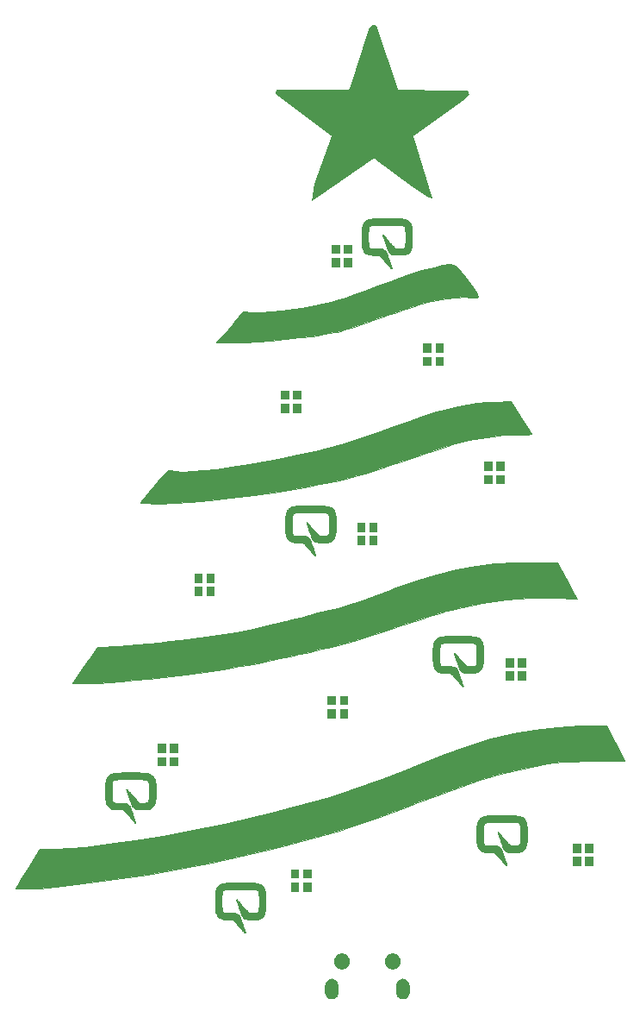
<source format=gbr>
G04 #@! TF.GenerationSoftware,KiCad,Pcbnew,(5.1.5)-3*
G04 #@! TF.CreationDate,2020-12-18T10:23:59+02:00*
G04 #@! TF.ProjectId,voltlog christmas tree,766f6c74-6c6f-4672-9063-68726973746d,rev?*
G04 #@! TF.SameCoordinates,Original*
G04 #@! TF.FileFunction,Soldermask,Bot*
G04 #@! TF.FilePolarity,Negative*
%FSLAX46Y46*%
G04 Gerber Fmt 4.6, Leading zero omitted, Abs format (unit mm)*
G04 Created by KiCad (PCBNEW (5.1.5)-3) date 2020-12-18 10:23:59*
%MOMM*%
%LPD*%
G04 APERTURE LIST*
%ADD10C,0.010000*%
%ADD11C,0.100000*%
G04 APERTURE END LIST*
D10*
G36*
X140638163Y-64291409D02*
G01*
X140455049Y-64293844D01*
X140275414Y-64297684D01*
X140100844Y-64302961D01*
X139932922Y-64309706D01*
X139773236Y-64317950D01*
X139624920Y-64327610D01*
X139485928Y-64338780D01*
X139365046Y-64351099D01*
X139260067Y-64365300D01*
X139168787Y-64382118D01*
X139088999Y-64402286D01*
X139018497Y-64426539D01*
X138955075Y-64455610D01*
X138896529Y-64490234D01*
X138840650Y-64531144D01*
X138785235Y-64579075D01*
X138741000Y-64621720D01*
X138678718Y-64688124D01*
X138626819Y-64753586D01*
X138583930Y-64821269D01*
X138548675Y-64894337D01*
X138519682Y-64975956D01*
X138495577Y-65069290D01*
X138474985Y-65177503D01*
X138461771Y-65264912D01*
X138450730Y-65347763D01*
X138441549Y-65425422D01*
X138434073Y-65500906D01*
X138428143Y-65577230D01*
X138423604Y-65657410D01*
X138420297Y-65744461D01*
X138418066Y-65841398D01*
X138416754Y-65951239D01*
X138416203Y-66076997D01*
X138416162Y-66140640D01*
X138417065Y-66313480D01*
X138419791Y-66468365D01*
X138424517Y-66607591D01*
X138431414Y-66733456D01*
X138440658Y-66848255D01*
X138452421Y-66954287D01*
X138466879Y-67053848D01*
X138484204Y-67149235D01*
X138497142Y-67210340D01*
X138535521Y-67339532D01*
X138590078Y-67458875D01*
X138659483Y-67567044D01*
X138742408Y-67662715D01*
X138837525Y-67744564D01*
X138943506Y-67811266D01*
X139059021Y-67861498D01*
X139182743Y-67893935D01*
X139182960Y-67893974D01*
X139209784Y-67897694D01*
X139246508Y-67900771D01*
X139294722Y-67903247D01*
X139356017Y-67905166D01*
X139431985Y-67906571D01*
X139524215Y-67907505D01*
X139634299Y-67908013D01*
X139702816Y-67908125D01*
X140146472Y-67908480D01*
X140207080Y-67971980D01*
X140223763Y-67990079D01*
X140252601Y-68022086D01*
X140292367Y-68066614D01*
X140341834Y-68122278D01*
X140399777Y-68187691D01*
X140464970Y-68261468D01*
X140536186Y-68342224D01*
X140612198Y-68428573D01*
X140691782Y-68519128D01*
X140757730Y-68594280D01*
X140838858Y-68686723D01*
X140917067Y-68775708D01*
X140991173Y-68859898D01*
X141059993Y-68937953D01*
X141122341Y-69008533D01*
X141177035Y-69070300D01*
X141222889Y-69121914D01*
X141258721Y-69162037D01*
X141283346Y-69189329D01*
X141294485Y-69201340D01*
X141331425Y-69234040D01*
X141361657Y-69248380D01*
X141386292Y-69244755D01*
X141395808Y-69237408D01*
X141406707Y-69216853D01*
X141408000Y-69207758D01*
X141404722Y-69195232D01*
X141395279Y-69165277D01*
X141380262Y-69119631D01*
X141360260Y-69060029D01*
X141335863Y-68988209D01*
X141307660Y-68905906D01*
X141276241Y-68814858D01*
X141242196Y-68716800D01*
X141209468Y-68623050D01*
X141171070Y-68513310D01*
X141132715Y-68403638D01*
X141095281Y-68296550D01*
X141059648Y-68194563D01*
X141026694Y-68100196D01*
X140997300Y-68015965D01*
X140972343Y-67944387D01*
X140952704Y-67887979D01*
X140943941Y-67862760D01*
X140920861Y-67798031D01*
X140897176Y-67734720D01*
X140874646Y-67677313D01*
X140855032Y-67630299D01*
X140840318Y-67598600D01*
X140793998Y-67526291D01*
X140733166Y-67457494D01*
X140663511Y-67397908D01*
X140600280Y-67358061D01*
X140567809Y-67341487D01*
X140538202Y-67327785D01*
X140509151Y-67316681D01*
X140478346Y-67307901D01*
X140443480Y-67301170D01*
X140402245Y-67296214D01*
X140352332Y-67292759D01*
X140291433Y-67290530D01*
X140217240Y-67289253D01*
X140127443Y-67288654D01*
X140019736Y-67288458D01*
X140014614Y-67288454D01*
X139858614Y-67287851D01*
X139722244Y-67286245D01*
X139604841Y-67283605D01*
X139505738Y-67279897D01*
X139424270Y-67275089D01*
X139359771Y-67269149D01*
X139311576Y-67262044D01*
X139279019Y-67253742D01*
X139275459Y-67252398D01*
X139230264Y-67224826D01*
X139189633Y-67182590D01*
X139158374Y-67131344D01*
X139146870Y-67101203D01*
X139128419Y-67025825D01*
X139112350Y-66932711D01*
X139098697Y-66824312D01*
X139087493Y-66703075D01*
X139078772Y-66571451D01*
X139072567Y-66431887D01*
X139068913Y-66286832D01*
X139067842Y-66138737D01*
X139069389Y-65990048D01*
X139073586Y-65843217D01*
X139080467Y-65700690D01*
X139090067Y-65564918D01*
X139102418Y-65438349D01*
X139117554Y-65323432D01*
X139122101Y-65294848D01*
X139138140Y-65213583D01*
X139157730Y-65150036D01*
X139183306Y-65101635D01*
X139217307Y-65065809D01*
X139262168Y-65039986D01*
X139320327Y-65021596D01*
X139393799Y-65008127D01*
X139481075Y-64997387D01*
X139586707Y-64987658D01*
X139708753Y-64978958D01*
X139845272Y-64971304D01*
X139994324Y-64964714D01*
X140153967Y-64959204D01*
X140322261Y-64954793D01*
X140497266Y-64951497D01*
X140677040Y-64949335D01*
X140859642Y-64948324D01*
X141043132Y-64948480D01*
X141225569Y-64949823D01*
X141405012Y-64952368D01*
X141579520Y-64956134D01*
X141747153Y-64961138D01*
X141905970Y-64967397D01*
X142054030Y-64974929D01*
X142180160Y-64983076D01*
X142291408Y-64991923D01*
X142384225Y-65001669D01*
X142460501Y-65013449D01*
X142522125Y-65028400D01*
X142570984Y-65047659D01*
X142608967Y-65072363D01*
X142637964Y-65103648D01*
X142659862Y-65142651D01*
X142676551Y-65190508D01*
X142689919Y-65248356D01*
X142698220Y-65294848D01*
X142714106Y-65406185D01*
X142727199Y-65529834D01*
X142737533Y-65663345D01*
X142745142Y-65804271D01*
X142750059Y-65950162D01*
X142752317Y-66098571D01*
X142751951Y-66247047D01*
X142748993Y-66393143D01*
X142743477Y-66534410D01*
X142735437Y-66668399D01*
X142724906Y-66792662D01*
X142711918Y-66904749D01*
X142696506Y-67002213D01*
X142678704Y-67082604D01*
X142673479Y-67101108D01*
X142646137Y-67158451D01*
X142602812Y-67206265D01*
X142549400Y-67239553D01*
X142514553Y-67249910D01*
X142460461Y-67258780D01*
X142388150Y-67266090D01*
X142298644Y-67271770D01*
X142192969Y-67275749D01*
X142072151Y-67277957D01*
X141986247Y-67278409D01*
X141756774Y-67278560D01*
X141691299Y-67209980D01*
X141671937Y-67189075D01*
X141640735Y-67154599D01*
X141599225Y-67108275D01*
X141548939Y-67051831D01*
X141491412Y-66986992D01*
X141428175Y-66915483D01*
X141360763Y-66839031D01*
X141290707Y-66759361D01*
X141265452Y-66730585D01*
X141190599Y-66645257D01*
X141114472Y-66558480D01*
X141039142Y-66472613D01*
X140966679Y-66390018D01*
X140899154Y-66313054D01*
X140838636Y-66244081D01*
X140787197Y-66185458D01*
X140746906Y-66139546D01*
X140743992Y-66136225D01*
X140697700Y-66084205D01*
X140654579Y-66037109D01*
X140616799Y-65997201D01*
X140586532Y-65966744D01*
X140565947Y-65948000D01*
X140558880Y-65943206D01*
X140535403Y-65939747D01*
X140514228Y-65952401D01*
X140498963Y-65968972D01*
X140493600Y-65979441D01*
X140496867Y-65990385D01*
X140506246Y-66018661D01*
X140521104Y-66062437D01*
X140540809Y-66119876D01*
X140564729Y-66189145D01*
X140592232Y-66268408D01*
X140622685Y-66355830D01*
X140655455Y-66449577D01*
X140665499Y-66478246D01*
X140703386Y-66586390D01*
X140742909Y-66699302D01*
X140782828Y-66813428D01*
X140821901Y-66925215D01*
X140858886Y-67031111D01*
X140892541Y-67127561D01*
X140921626Y-67211014D01*
X140939433Y-67262189D01*
X140966434Y-67338559D01*
X140993020Y-67411358D01*
X141018041Y-67477615D01*
X141040346Y-67534356D01*
X141058784Y-67578607D01*
X141072206Y-67607396D01*
X141074875Y-67612225D01*
X141132737Y-67691466D01*
X141206253Y-67762327D01*
X141291499Y-67821869D01*
X141384549Y-67867152D01*
X141439744Y-67885503D01*
X141455347Y-67889385D01*
X141472929Y-67892668D01*
X141494236Y-67895401D01*
X141521012Y-67897634D01*
X141555004Y-67899415D01*
X141597957Y-67900795D01*
X141651615Y-67901822D01*
X141717724Y-67902545D01*
X141798030Y-67903014D01*
X141894278Y-67903279D01*
X142008212Y-67903388D01*
X142073480Y-67903400D01*
X142642440Y-67903400D01*
X142741435Y-67869118D01*
X142867111Y-67815572D01*
X142979544Y-67746651D01*
X143078486Y-67662577D01*
X143163687Y-67563572D01*
X143234897Y-67449856D01*
X143252146Y-67415720D01*
X143279232Y-67352597D01*
X143303159Y-67281552D01*
X143324331Y-67200557D01*
X143343153Y-67107584D01*
X143360029Y-67000608D01*
X143375365Y-66877601D01*
X143389565Y-66736536D01*
X143391081Y-66719760D01*
X143394849Y-66664497D01*
X143397991Y-66592043D01*
X143400506Y-66505517D01*
X143402394Y-66408037D01*
X143403655Y-66302723D01*
X143404289Y-66192693D01*
X143404297Y-66081067D01*
X143403677Y-65970964D01*
X143402431Y-65865502D01*
X143400558Y-65767800D01*
X143398058Y-65680978D01*
X143394931Y-65608154D01*
X143391177Y-65552448D01*
X143391081Y-65551360D01*
X143376532Y-65403721D01*
X143360644Y-65274327D01*
X143342799Y-65161114D01*
X143322377Y-65062018D01*
X143298761Y-64974976D01*
X143271330Y-64897925D01*
X143239466Y-64828802D01*
X143202550Y-64765543D01*
X143159963Y-64706085D01*
X143124862Y-64663808D01*
X143030929Y-64569712D01*
X142929327Y-64493852D01*
X142817949Y-64434921D01*
X142694684Y-64391611D01*
X142679373Y-64387501D01*
X142613993Y-64373521D01*
X142529901Y-64360512D01*
X142428680Y-64348504D01*
X142311917Y-64337529D01*
X142181196Y-64327618D01*
X142038102Y-64318801D01*
X141884222Y-64311110D01*
X141721139Y-64304576D01*
X141550439Y-64299230D01*
X141373707Y-64295104D01*
X141192528Y-64292227D01*
X141008488Y-64290632D01*
X140823171Y-64290349D01*
X140638163Y-64291409D01*
G37*
X140638163Y-64291409D02*
X140455049Y-64293844D01*
X140275414Y-64297684D01*
X140100844Y-64302961D01*
X139932922Y-64309706D01*
X139773236Y-64317950D01*
X139624920Y-64327610D01*
X139485928Y-64338780D01*
X139365046Y-64351099D01*
X139260067Y-64365300D01*
X139168787Y-64382118D01*
X139088999Y-64402286D01*
X139018497Y-64426539D01*
X138955075Y-64455610D01*
X138896529Y-64490234D01*
X138840650Y-64531144D01*
X138785235Y-64579075D01*
X138741000Y-64621720D01*
X138678718Y-64688124D01*
X138626819Y-64753586D01*
X138583930Y-64821269D01*
X138548675Y-64894337D01*
X138519682Y-64975956D01*
X138495577Y-65069290D01*
X138474985Y-65177503D01*
X138461771Y-65264912D01*
X138450730Y-65347763D01*
X138441549Y-65425422D01*
X138434073Y-65500906D01*
X138428143Y-65577230D01*
X138423604Y-65657410D01*
X138420297Y-65744461D01*
X138418066Y-65841398D01*
X138416754Y-65951239D01*
X138416203Y-66076997D01*
X138416162Y-66140640D01*
X138417065Y-66313480D01*
X138419791Y-66468365D01*
X138424517Y-66607591D01*
X138431414Y-66733456D01*
X138440658Y-66848255D01*
X138452421Y-66954287D01*
X138466879Y-67053848D01*
X138484204Y-67149235D01*
X138497142Y-67210340D01*
X138535521Y-67339532D01*
X138590078Y-67458875D01*
X138659483Y-67567044D01*
X138742408Y-67662715D01*
X138837525Y-67744564D01*
X138943506Y-67811266D01*
X139059021Y-67861498D01*
X139182743Y-67893935D01*
X139182960Y-67893974D01*
X139209784Y-67897694D01*
X139246508Y-67900771D01*
X139294722Y-67903247D01*
X139356017Y-67905166D01*
X139431985Y-67906571D01*
X139524215Y-67907505D01*
X139634299Y-67908013D01*
X139702816Y-67908125D01*
X140146472Y-67908480D01*
X140207080Y-67971980D01*
X140223763Y-67990079D01*
X140252601Y-68022086D01*
X140292367Y-68066614D01*
X140341834Y-68122278D01*
X140399777Y-68187691D01*
X140464970Y-68261468D01*
X140536186Y-68342224D01*
X140612198Y-68428573D01*
X140691782Y-68519128D01*
X140757730Y-68594280D01*
X140838858Y-68686723D01*
X140917067Y-68775708D01*
X140991173Y-68859898D01*
X141059993Y-68937953D01*
X141122341Y-69008533D01*
X141177035Y-69070300D01*
X141222889Y-69121914D01*
X141258721Y-69162037D01*
X141283346Y-69189329D01*
X141294485Y-69201340D01*
X141331425Y-69234040D01*
X141361657Y-69248380D01*
X141386292Y-69244755D01*
X141395808Y-69237408D01*
X141406707Y-69216853D01*
X141408000Y-69207758D01*
X141404722Y-69195232D01*
X141395279Y-69165277D01*
X141380262Y-69119631D01*
X141360260Y-69060029D01*
X141335863Y-68988209D01*
X141307660Y-68905906D01*
X141276241Y-68814858D01*
X141242196Y-68716800D01*
X141209468Y-68623050D01*
X141171070Y-68513310D01*
X141132715Y-68403638D01*
X141095281Y-68296550D01*
X141059648Y-68194563D01*
X141026694Y-68100196D01*
X140997300Y-68015965D01*
X140972343Y-67944387D01*
X140952704Y-67887979D01*
X140943941Y-67862760D01*
X140920861Y-67798031D01*
X140897176Y-67734720D01*
X140874646Y-67677313D01*
X140855032Y-67630299D01*
X140840318Y-67598600D01*
X140793998Y-67526291D01*
X140733166Y-67457494D01*
X140663511Y-67397908D01*
X140600280Y-67358061D01*
X140567809Y-67341487D01*
X140538202Y-67327785D01*
X140509151Y-67316681D01*
X140478346Y-67307901D01*
X140443480Y-67301170D01*
X140402245Y-67296214D01*
X140352332Y-67292759D01*
X140291433Y-67290530D01*
X140217240Y-67289253D01*
X140127443Y-67288654D01*
X140019736Y-67288458D01*
X140014614Y-67288454D01*
X139858614Y-67287851D01*
X139722244Y-67286245D01*
X139604841Y-67283605D01*
X139505738Y-67279897D01*
X139424270Y-67275089D01*
X139359771Y-67269149D01*
X139311576Y-67262044D01*
X139279019Y-67253742D01*
X139275459Y-67252398D01*
X139230264Y-67224826D01*
X139189633Y-67182590D01*
X139158374Y-67131344D01*
X139146870Y-67101203D01*
X139128419Y-67025825D01*
X139112350Y-66932711D01*
X139098697Y-66824312D01*
X139087493Y-66703075D01*
X139078772Y-66571451D01*
X139072567Y-66431887D01*
X139068913Y-66286832D01*
X139067842Y-66138737D01*
X139069389Y-65990048D01*
X139073586Y-65843217D01*
X139080467Y-65700690D01*
X139090067Y-65564918D01*
X139102418Y-65438349D01*
X139117554Y-65323432D01*
X139122101Y-65294848D01*
X139138140Y-65213583D01*
X139157730Y-65150036D01*
X139183306Y-65101635D01*
X139217307Y-65065809D01*
X139262168Y-65039986D01*
X139320327Y-65021596D01*
X139393799Y-65008127D01*
X139481075Y-64997387D01*
X139586707Y-64987658D01*
X139708753Y-64978958D01*
X139845272Y-64971304D01*
X139994324Y-64964714D01*
X140153967Y-64959204D01*
X140322261Y-64954793D01*
X140497266Y-64951497D01*
X140677040Y-64949335D01*
X140859642Y-64948324D01*
X141043132Y-64948480D01*
X141225569Y-64949823D01*
X141405012Y-64952368D01*
X141579520Y-64956134D01*
X141747153Y-64961138D01*
X141905970Y-64967397D01*
X142054030Y-64974929D01*
X142180160Y-64983076D01*
X142291408Y-64991923D01*
X142384225Y-65001669D01*
X142460501Y-65013449D01*
X142522125Y-65028400D01*
X142570984Y-65047659D01*
X142608967Y-65072363D01*
X142637964Y-65103648D01*
X142659862Y-65142651D01*
X142676551Y-65190508D01*
X142689919Y-65248356D01*
X142698220Y-65294848D01*
X142714106Y-65406185D01*
X142727199Y-65529834D01*
X142737533Y-65663345D01*
X142745142Y-65804271D01*
X142750059Y-65950162D01*
X142752317Y-66098571D01*
X142751951Y-66247047D01*
X142748993Y-66393143D01*
X142743477Y-66534410D01*
X142735437Y-66668399D01*
X142724906Y-66792662D01*
X142711918Y-66904749D01*
X142696506Y-67002213D01*
X142678704Y-67082604D01*
X142673479Y-67101108D01*
X142646137Y-67158451D01*
X142602812Y-67206265D01*
X142549400Y-67239553D01*
X142514553Y-67249910D01*
X142460461Y-67258780D01*
X142388150Y-67266090D01*
X142298644Y-67271770D01*
X142192969Y-67275749D01*
X142072151Y-67277957D01*
X141986247Y-67278409D01*
X141756774Y-67278560D01*
X141691299Y-67209980D01*
X141671937Y-67189075D01*
X141640735Y-67154599D01*
X141599225Y-67108275D01*
X141548939Y-67051831D01*
X141491412Y-66986992D01*
X141428175Y-66915483D01*
X141360763Y-66839031D01*
X141290707Y-66759361D01*
X141265452Y-66730585D01*
X141190599Y-66645257D01*
X141114472Y-66558480D01*
X141039142Y-66472613D01*
X140966679Y-66390018D01*
X140899154Y-66313054D01*
X140838636Y-66244081D01*
X140787197Y-66185458D01*
X140746906Y-66139546D01*
X140743992Y-66136225D01*
X140697700Y-66084205D01*
X140654579Y-66037109D01*
X140616799Y-65997201D01*
X140586532Y-65966744D01*
X140565947Y-65948000D01*
X140558880Y-65943206D01*
X140535403Y-65939747D01*
X140514228Y-65952401D01*
X140498963Y-65968972D01*
X140493600Y-65979441D01*
X140496867Y-65990385D01*
X140506246Y-66018661D01*
X140521104Y-66062437D01*
X140540809Y-66119876D01*
X140564729Y-66189145D01*
X140592232Y-66268408D01*
X140622685Y-66355830D01*
X140655455Y-66449577D01*
X140665499Y-66478246D01*
X140703386Y-66586390D01*
X140742909Y-66699302D01*
X140782828Y-66813428D01*
X140821901Y-66925215D01*
X140858886Y-67031111D01*
X140892541Y-67127561D01*
X140921626Y-67211014D01*
X140939433Y-67262189D01*
X140966434Y-67338559D01*
X140993020Y-67411358D01*
X141018041Y-67477615D01*
X141040346Y-67534356D01*
X141058784Y-67578607D01*
X141072206Y-67607396D01*
X141074875Y-67612225D01*
X141132737Y-67691466D01*
X141206253Y-67762327D01*
X141291499Y-67821869D01*
X141384549Y-67867152D01*
X141439744Y-67885503D01*
X141455347Y-67889385D01*
X141472929Y-67892668D01*
X141494236Y-67895401D01*
X141521012Y-67897634D01*
X141555004Y-67899415D01*
X141597957Y-67900795D01*
X141651615Y-67901822D01*
X141717724Y-67902545D01*
X141798030Y-67903014D01*
X141894278Y-67903279D01*
X142008212Y-67903388D01*
X142073480Y-67903400D01*
X142642440Y-67903400D01*
X142741435Y-67869118D01*
X142867111Y-67815572D01*
X142979544Y-67746651D01*
X143078486Y-67662577D01*
X143163687Y-67563572D01*
X143234897Y-67449856D01*
X143252146Y-67415720D01*
X143279232Y-67352597D01*
X143303159Y-67281552D01*
X143324331Y-67200557D01*
X143343153Y-67107584D01*
X143360029Y-67000608D01*
X143375365Y-66877601D01*
X143389565Y-66736536D01*
X143391081Y-66719760D01*
X143394849Y-66664497D01*
X143397991Y-66592043D01*
X143400506Y-66505517D01*
X143402394Y-66408037D01*
X143403655Y-66302723D01*
X143404289Y-66192693D01*
X143404297Y-66081067D01*
X143403677Y-65970964D01*
X143402431Y-65865502D01*
X143400558Y-65767800D01*
X143398058Y-65680978D01*
X143394931Y-65608154D01*
X143391177Y-65552448D01*
X143391081Y-65551360D01*
X143376532Y-65403721D01*
X143360644Y-65274327D01*
X143342799Y-65161114D01*
X143322377Y-65062018D01*
X143298761Y-64974976D01*
X143271330Y-64897925D01*
X143239466Y-64828802D01*
X143202550Y-64765543D01*
X143159963Y-64706085D01*
X143124862Y-64663808D01*
X143030929Y-64569712D01*
X142929327Y-64493852D01*
X142817949Y-64434921D01*
X142694684Y-64391611D01*
X142679373Y-64387501D01*
X142613993Y-64373521D01*
X142529901Y-64360512D01*
X142428680Y-64348504D01*
X142311917Y-64337529D01*
X142181196Y-64327618D01*
X142038102Y-64318801D01*
X141884222Y-64311110D01*
X141721139Y-64304576D01*
X141550439Y-64299230D01*
X141373707Y-64295104D01*
X141192528Y-64292227D01*
X141008488Y-64290632D01*
X140823171Y-64290349D01*
X140638163Y-64291409D01*
G36*
X126238163Y-129491409D02*
G01*
X126055049Y-129493844D01*
X125875414Y-129497684D01*
X125700844Y-129502961D01*
X125532922Y-129509706D01*
X125373236Y-129517950D01*
X125224920Y-129527610D01*
X125085928Y-129538780D01*
X124965046Y-129551099D01*
X124860067Y-129565300D01*
X124768787Y-129582118D01*
X124688999Y-129602286D01*
X124618497Y-129626539D01*
X124555075Y-129655610D01*
X124496529Y-129690234D01*
X124440650Y-129731144D01*
X124385235Y-129779075D01*
X124341000Y-129821720D01*
X124278718Y-129888124D01*
X124226819Y-129953586D01*
X124183930Y-130021269D01*
X124148675Y-130094337D01*
X124119682Y-130175956D01*
X124095577Y-130269290D01*
X124074985Y-130377503D01*
X124061771Y-130464912D01*
X124050730Y-130547763D01*
X124041549Y-130625422D01*
X124034073Y-130700906D01*
X124028143Y-130777230D01*
X124023604Y-130857410D01*
X124020297Y-130944461D01*
X124018066Y-131041398D01*
X124016754Y-131151239D01*
X124016203Y-131276997D01*
X124016162Y-131340640D01*
X124017065Y-131513480D01*
X124019791Y-131668365D01*
X124024517Y-131807591D01*
X124031414Y-131933456D01*
X124040658Y-132048255D01*
X124052421Y-132154287D01*
X124066879Y-132253848D01*
X124084204Y-132349235D01*
X124097142Y-132410340D01*
X124135521Y-132539532D01*
X124190078Y-132658875D01*
X124259483Y-132767044D01*
X124342408Y-132862715D01*
X124437525Y-132944564D01*
X124543506Y-133011266D01*
X124659021Y-133061498D01*
X124782743Y-133093935D01*
X124782960Y-133093974D01*
X124809784Y-133097694D01*
X124846508Y-133100771D01*
X124894722Y-133103247D01*
X124956017Y-133105166D01*
X125031985Y-133106571D01*
X125124215Y-133107505D01*
X125234299Y-133108013D01*
X125302816Y-133108125D01*
X125746472Y-133108480D01*
X125807080Y-133171980D01*
X125823763Y-133190079D01*
X125852601Y-133222086D01*
X125892367Y-133266614D01*
X125941834Y-133322278D01*
X125999777Y-133387691D01*
X126064970Y-133461468D01*
X126136186Y-133542224D01*
X126212198Y-133628573D01*
X126291782Y-133719128D01*
X126357730Y-133794280D01*
X126438858Y-133886723D01*
X126517067Y-133975708D01*
X126591173Y-134059898D01*
X126659993Y-134137953D01*
X126722341Y-134208533D01*
X126777035Y-134270300D01*
X126822889Y-134321914D01*
X126858721Y-134362037D01*
X126883346Y-134389329D01*
X126894485Y-134401340D01*
X126931425Y-134434040D01*
X126961657Y-134448380D01*
X126986292Y-134444755D01*
X126995808Y-134437408D01*
X127006707Y-134416853D01*
X127008000Y-134407758D01*
X127004722Y-134395232D01*
X126995279Y-134365277D01*
X126980262Y-134319631D01*
X126960260Y-134260029D01*
X126935863Y-134188209D01*
X126907660Y-134105906D01*
X126876241Y-134014858D01*
X126842196Y-133916800D01*
X126809468Y-133823050D01*
X126771070Y-133713310D01*
X126732715Y-133603638D01*
X126695281Y-133496550D01*
X126659648Y-133394563D01*
X126626694Y-133300196D01*
X126597300Y-133215965D01*
X126572343Y-133144387D01*
X126552704Y-133087979D01*
X126543941Y-133062760D01*
X126520861Y-132998031D01*
X126497176Y-132934720D01*
X126474646Y-132877313D01*
X126455032Y-132830299D01*
X126440318Y-132798600D01*
X126393998Y-132726291D01*
X126333166Y-132657494D01*
X126263511Y-132597908D01*
X126200280Y-132558061D01*
X126167809Y-132541487D01*
X126138202Y-132527785D01*
X126109151Y-132516681D01*
X126078346Y-132507901D01*
X126043480Y-132501170D01*
X126002245Y-132496214D01*
X125952332Y-132492759D01*
X125891433Y-132490530D01*
X125817240Y-132489253D01*
X125727443Y-132488654D01*
X125619736Y-132488458D01*
X125614614Y-132488454D01*
X125458614Y-132487851D01*
X125322244Y-132486245D01*
X125204841Y-132483605D01*
X125105738Y-132479897D01*
X125024270Y-132475089D01*
X124959771Y-132469149D01*
X124911576Y-132462044D01*
X124879019Y-132453742D01*
X124875459Y-132452398D01*
X124830264Y-132424826D01*
X124789633Y-132382590D01*
X124758374Y-132331344D01*
X124746870Y-132301203D01*
X124728419Y-132225825D01*
X124712350Y-132132711D01*
X124698697Y-132024312D01*
X124687493Y-131903075D01*
X124678772Y-131771451D01*
X124672567Y-131631887D01*
X124668913Y-131486832D01*
X124667842Y-131338737D01*
X124669389Y-131190048D01*
X124673586Y-131043217D01*
X124680467Y-130900690D01*
X124690067Y-130764918D01*
X124702418Y-130638349D01*
X124717554Y-130523432D01*
X124722101Y-130494848D01*
X124738140Y-130413583D01*
X124757730Y-130350036D01*
X124783306Y-130301635D01*
X124817307Y-130265809D01*
X124862168Y-130239986D01*
X124920327Y-130221596D01*
X124993799Y-130208127D01*
X125081075Y-130197387D01*
X125186707Y-130187658D01*
X125308753Y-130178958D01*
X125445272Y-130171304D01*
X125594324Y-130164714D01*
X125753967Y-130159204D01*
X125922261Y-130154793D01*
X126097266Y-130151497D01*
X126277040Y-130149335D01*
X126459642Y-130148324D01*
X126643132Y-130148480D01*
X126825569Y-130149823D01*
X127005012Y-130152368D01*
X127179520Y-130156134D01*
X127347153Y-130161138D01*
X127505970Y-130167397D01*
X127654030Y-130174929D01*
X127780160Y-130183076D01*
X127891408Y-130191923D01*
X127984225Y-130201669D01*
X128060501Y-130213449D01*
X128122125Y-130228400D01*
X128170984Y-130247659D01*
X128208967Y-130272363D01*
X128237964Y-130303648D01*
X128259862Y-130342651D01*
X128276551Y-130390508D01*
X128289919Y-130448356D01*
X128298220Y-130494848D01*
X128314106Y-130606185D01*
X128327199Y-130729834D01*
X128337533Y-130863345D01*
X128345142Y-131004271D01*
X128350059Y-131150162D01*
X128352317Y-131298571D01*
X128351951Y-131447047D01*
X128348993Y-131593143D01*
X128343477Y-131734410D01*
X128335437Y-131868399D01*
X128324906Y-131992662D01*
X128311918Y-132104749D01*
X128296506Y-132202213D01*
X128278704Y-132282604D01*
X128273479Y-132301108D01*
X128246137Y-132358451D01*
X128202812Y-132406265D01*
X128149400Y-132439553D01*
X128114553Y-132449910D01*
X128060461Y-132458780D01*
X127988150Y-132466090D01*
X127898644Y-132471770D01*
X127792969Y-132475749D01*
X127672151Y-132477957D01*
X127586247Y-132478409D01*
X127356774Y-132478560D01*
X127291299Y-132409980D01*
X127271937Y-132389075D01*
X127240735Y-132354599D01*
X127199225Y-132308275D01*
X127148939Y-132251831D01*
X127091412Y-132186992D01*
X127028175Y-132115483D01*
X126960763Y-132039031D01*
X126890707Y-131959361D01*
X126865452Y-131930585D01*
X126790599Y-131845257D01*
X126714472Y-131758480D01*
X126639142Y-131672613D01*
X126566679Y-131590018D01*
X126499154Y-131513054D01*
X126438636Y-131444081D01*
X126387197Y-131385458D01*
X126346906Y-131339546D01*
X126343992Y-131336225D01*
X126297700Y-131284205D01*
X126254579Y-131237109D01*
X126216799Y-131197201D01*
X126186532Y-131166744D01*
X126165947Y-131148000D01*
X126158880Y-131143206D01*
X126135403Y-131139747D01*
X126114228Y-131152401D01*
X126098963Y-131168972D01*
X126093600Y-131179441D01*
X126096867Y-131190385D01*
X126106246Y-131218661D01*
X126121104Y-131262437D01*
X126140809Y-131319876D01*
X126164729Y-131389145D01*
X126192232Y-131468408D01*
X126222685Y-131555830D01*
X126255455Y-131649577D01*
X126265499Y-131678246D01*
X126303386Y-131786390D01*
X126342909Y-131899302D01*
X126382828Y-132013428D01*
X126421901Y-132125215D01*
X126458886Y-132231111D01*
X126492541Y-132327561D01*
X126521626Y-132411014D01*
X126539433Y-132462189D01*
X126566434Y-132538559D01*
X126593020Y-132611358D01*
X126618041Y-132677615D01*
X126640346Y-132734356D01*
X126658784Y-132778607D01*
X126672206Y-132807396D01*
X126674875Y-132812225D01*
X126732737Y-132891466D01*
X126806253Y-132962327D01*
X126891499Y-133021869D01*
X126984549Y-133067152D01*
X127039744Y-133085503D01*
X127055347Y-133089385D01*
X127072929Y-133092668D01*
X127094236Y-133095401D01*
X127121012Y-133097634D01*
X127155004Y-133099415D01*
X127197957Y-133100795D01*
X127251615Y-133101822D01*
X127317724Y-133102545D01*
X127398030Y-133103014D01*
X127494278Y-133103279D01*
X127608212Y-133103388D01*
X127673480Y-133103400D01*
X128242440Y-133103400D01*
X128341435Y-133069118D01*
X128467111Y-133015572D01*
X128579544Y-132946651D01*
X128678486Y-132862577D01*
X128763687Y-132763572D01*
X128834897Y-132649856D01*
X128852146Y-132615720D01*
X128879232Y-132552597D01*
X128903159Y-132481552D01*
X128924331Y-132400557D01*
X128943153Y-132307584D01*
X128960029Y-132200608D01*
X128975365Y-132077601D01*
X128989565Y-131936536D01*
X128991081Y-131919760D01*
X128994849Y-131864497D01*
X128997991Y-131792043D01*
X129000506Y-131705517D01*
X129002394Y-131608037D01*
X129003655Y-131502723D01*
X129004289Y-131392693D01*
X129004297Y-131281067D01*
X129003677Y-131170964D01*
X129002431Y-131065502D01*
X129000558Y-130967800D01*
X128998058Y-130880978D01*
X128994931Y-130808154D01*
X128991177Y-130752448D01*
X128991081Y-130751360D01*
X128976532Y-130603721D01*
X128960644Y-130474327D01*
X128942799Y-130361114D01*
X128922377Y-130262018D01*
X128898761Y-130174976D01*
X128871330Y-130097925D01*
X128839466Y-130028802D01*
X128802550Y-129965543D01*
X128759963Y-129906085D01*
X128724862Y-129863808D01*
X128630929Y-129769712D01*
X128529327Y-129693852D01*
X128417949Y-129634921D01*
X128294684Y-129591611D01*
X128279373Y-129587501D01*
X128213993Y-129573521D01*
X128129901Y-129560512D01*
X128028680Y-129548504D01*
X127911917Y-129537529D01*
X127781196Y-129527618D01*
X127638102Y-129518801D01*
X127484222Y-129511110D01*
X127321139Y-129504576D01*
X127150439Y-129499230D01*
X126973707Y-129495104D01*
X126792528Y-129492227D01*
X126608488Y-129490632D01*
X126423171Y-129490349D01*
X126238163Y-129491409D01*
G37*
X126238163Y-129491409D02*
X126055049Y-129493844D01*
X125875414Y-129497684D01*
X125700844Y-129502961D01*
X125532922Y-129509706D01*
X125373236Y-129517950D01*
X125224920Y-129527610D01*
X125085928Y-129538780D01*
X124965046Y-129551099D01*
X124860067Y-129565300D01*
X124768787Y-129582118D01*
X124688999Y-129602286D01*
X124618497Y-129626539D01*
X124555075Y-129655610D01*
X124496529Y-129690234D01*
X124440650Y-129731144D01*
X124385235Y-129779075D01*
X124341000Y-129821720D01*
X124278718Y-129888124D01*
X124226819Y-129953586D01*
X124183930Y-130021269D01*
X124148675Y-130094337D01*
X124119682Y-130175956D01*
X124095577Y-130269290D01*
X124074985Y-130377503D01*
X124061771Y-130464912D01*
X124050730Y-130547763D01*
X124041549Y-130625422D01*
X124034073Y-130700906D01*
X124028143Y-130777230D01*
X124023604Y-130857410D01*
X124020297Y-130944461D01*
X124018066Y-131041398D01*
X124016754Y-131151239D01*
X124016203Y-131276997D01*
X124016162Y-131340640D01*
X124017065Y-131513480D01*
X124019791Y-131668365D01*
X124024517Y-131807591D01*
X124031414Y-131933456D01*
X124040658Y-132048255D01*
X124052421Y-132154287D01*
X124066879Y-132253848D01*
X124084204Y-132349235D01*
X124097142Y-132410340D01*
X124135521Y-132539532D01*
X124190078Y-132658875D01*
X124259483Y-132767044D01*
X124342408Y-132862715D01*
X124437525Y-132944564D01*
X124543506Y-133011266D01*
X124659021Y-133061498D01*
X124782743Y-133093935D01*
X124782960Y-133093974D01*
X124809784Y-133097694D01*
X124846508Y-133100771D01*
X124894722Y-133103247D01*
X124956017Y-133105166D01*
X125031985Y-133106571D01*
X125124215Y-133107505D01*
X125234299Y-133108013D01*
X125302816Y-133108125D01*
X125746472Y-133108480D01*
X125807080Y-133171980D01*
X125823763Y-133190079D01*
X125852601Y-133222086D01*
X125892367Y-133266614D01*
X125941834Y-133322278D01*
X125999777Y-133387691D01*
X126064970Y-133461468D01*
X126136186Y-133542224D01*
X126212198Y-133628573D01*
X126291782Y-133719128D01*
X126357730Y-133794280D01*
X126438858Y-133886723D01*
X126517067Y-133975708D01*
X126591173Y-134059898D01*
X126659993Y-134137953D01*
X126722341Y-134208533D01*
X126777035Y-134270300D01*
X126822889Y-134321914D01*
X126858721Y-134362037D01*
X126883346Y-134389329D01*
X126894485Y-134401340D01*
X126931425Y-134434040D01*
X126961657Y-134448380D01*
X126986292Y-134444755D01*
X126995808Y-134437408D01*
X127006707Y-134416853D01*
X127008000Y-134407758D01*
X127004722Y-134395232D01*
X126995279Y-134365277D01*
X126980262Y-134319631D01*
X126960260Y-134260029D01*
X126935863Y-134188209D01*
X126907660Y-134105906D01*
X126876241Y-134014858D01*
X126842196Y-133916800D01*
X126809468Y-133823050D01*
X126771070Y-133713310D01*
X126732715Y-133603638D01*
X126695281Y-133496550D01*
X126659648Y-133394563D01*
X126626694Y-133300196D01*
X126597300Y-133215965D01*
X126572343Y-133144387D01*
X126552704Y-133087979D01*
X126543941Y-133062760D01*
X126520861Y-132998031D01*
X126497176Y-132934720D01*
X126474646Y-132877313D01*
X126455032Y-132830299D01*
X126440318Y-132798600D01*
X126393998Y-132726291D01*
X126333166Y-132657494D01*
X126263511Y-132597908D01*
X126200280Y-132558061D01*
X126167809Y-132541487D01*
X126138202Y-132527785D01*
X126109151Y-132516681D01*
X126078346Y-132507901D01*
X126043480Y-132501170D01*
X126002245Y-132496214D01*
X125952332Y-132492759D01*
X125891433Y-132490530D01*
X125817240Y-132489253D01*
X125727443Y-132488654D01*
X125619736Y-132488458D01*
X125614614Y-132488454D01*
X125458614Y-132487851D01*
X125322244Y-132486245D01*
X125204841Y-132483605D01*
X125105738Y-132479897D01*
X125024270Y-132475089D01*
X124959771Y-132469149D01*
X124911576Y-132462044D01*
X124879019Y-132453742D01*
X124875459Y-132452398D01*
X124830264Y-132424826D01*
X124789633Y-132382590D01*
X124758374Y-132331344D01*
X124746870Y-132301203D01*
X124728419Y-132225825D01*
X124712350Y-132132711D01*
X124698697Y-132024312D01*
X124687493Y-131903075D01*
X124678772Y-131771451D01*
X124672567Y-131631887D01*
X124668913Y-131486832D01*
X124667842Y-131338737D01*
X124669389Y-131190048D01*
X124673586Y-131043217D01*
X124680467Y-130900690D01*
X124690067Y-130764918D01*
X124702418Y-130638349D01*
X124717554Y-130523432D01*
X124722101Y-130494848D01*
X124738140Y-130413583D01*
X124757730Y-130350036D01*
X124783306Y-130301635D01*
X124817307Y-130265809D01*
X124862168Y-130239986D01*
X124920327Y-130221596D01*
X124993799Y-130208127D01*
X125081075Y-130197387D01*
X125186707Y-130187658D01*
X125308753Y-130178958D01*
X125445272Y-130171304D01*
X125594324Y-130164714D01*
X125753967Y-130159204D01*
X125922261Y-130154793D01*
X126097266Y-130151497D01*
X126277040Y-130149335D01*
X126459642Y-130148324D01*
X126643132Y-130148480D01*
X126825569Y-130149823D01*
X127005012Y-130152368D01*
X127179520Y-130156134D01*
X127347153Y-130161138D01*
X127505970Y-130167397D01*
X127654030Y-130174929D01*
X127780160Y-130183076D01*
X127891408Y-130191923D01*
X127984225Y-130201669D01*
X128060501Y-130213449D01*
X128122125Y-130228400D01*
X128170984Y-130247659D01*
X128208967Y-130272363D01*
X128237964Y-130303648D01*
X128259862Y-130342651D01*
X128276551Y-130390508D01*
X128289919Y-130448356D01*
X128298220Y-130494848D01*
X128314106Y-130606185D01*
X128327199Y-130729834D01*
X128337533Y-130863345D01*
X128345142Y-131004271D01*
X128350059Y-131150162D01*
X128352317Y-131298571D01*
X128351951Y-131447047D01*
X128348993Y-131593143D01*
X128343477Y-131734410D01*
X128335437Y-131868399D01*
X128324906Y-131992662D01*
X128311918Y-132104749D01*
X128296506Y-132202213D01*
X128278704Y-132282604D01*
X128273479Y-132301108D01*
X128246137Y-132358451D01*
X128202812Y-132406265D01*
X128149400Y-132439553D01*
X128114553Y-132449910D01*
X128060461Y-132458780D01*
X127988150Y-132466090D01*
X127898644Y-132471770D01*
X127792969Y-132475749D01*
X127672151Y-132477957D01*
X127586247Y-132478409D01*
X127356774Y-132478560D01*
X127291299Y-132409980D01*
X127271937Y-132389075D01*
X127240735Y-132354599D01*
X127199225Y-132308275D01*
X127148939Y-132251831D01*
X127091412Y-132186992D01*
X127028175Y-132115483D01*
X126960763Y-132039031D01*
X126890707Y-131959361D01*
X126865452Y-131930585D01*
X126790599Y-131845257D01*
X126714472Y-131758480D01*
X126639142Y-131672613D01*
X126566679Y-131590018D01*
X126499154Y-131513054D01*
X126438636Y-131444081D01*
X126387197Y-131385458D01*
X126346906Y-131339546D01*
X126343992Y-131336225D01*
X126297700Y-131284205D01*
X126254579Y-131237109D01*
X126216799Y-131197201D01*
X126186532Y-131166744D01*
X126165947Y-131148000D01*
X126158880Y-131143206D01*
X126135403Y-131139747D01*
X126114228Y-131152401D01*
X126098963Y-131168972D01*
X126093600Y-131179441D01*
X126096867Y-131190385D01*
X126106246Y-131218661D01*
X126121104Y-131262437D01*
X126140809Y-131319876D01*
X126164729Y-131389145D01*
X126192232Y-131468408D01*
X126222685Y-131555830D01*
X126255455Y-131649577D01*
X126265499Y-131678246D01*
X126303386Y-131786390D01*
X126342909Y-131899302D01*
X126382828Y-132013428D01*
X126421901Y-132125215D01*
X126458886Y-132231111D01*
X126492541Y-132327561D01*
X126521626Y-132411014D01*
X126539433Y-132462189D01*
X126566434Y-132538559D01*
X126593020Y-132611358D01*
X126618041Y-132677615D01*
X126640346Y-132734356D01*
X126658784Y-132778607D01*
X126672206Y-132807396D01*
X126674875Y-132812225D01*
X126732737Y-132891466D01*
X126806253Y-132962327D01*
X126891499Y-133021869D01*
X126984549Y-133067152D01*
X127039744Y-133085503D01*
X127055347Y-133089385D01*
X127072929Y-133092668D01*
X127094236Y-133095401D01*
X127121012Y-133097634D01*
X127155004Y-133099415D01*
X127197957Y-133100795D01*
X127251615Y-133101822D01*
X127317724Y-133102545D01*
X127398030Y-133103014D01*
X127494278Y-133103279D01*
X127608212Y-133103388D01*
X127673480Y-133103400D01*
X128242440Y-133103400D01*
X128341435Y-133069118D01*
X128467111Y-133015572D01*
X128579544Y-132946651D01*
X128678486Y-132862577D01*
X128763687Y-132763572D01*
X128834897Y-132649856D01*
X128852146Y-132615720D01*
X128879232Y-132552597D01*
X128903159Y-132481552D01*
X128924331Y-132400557D01*
X128943153Y-132307584D01*
X128960029Y-132200608D01*
X128975365Y-132077601D01*
X128989565Y-131936536D01*
X128991081Y-131919760D01*
X128994849Y-131864497D01*
X128997991Y-131792043D01*
X129000506Y-131705517D01*
X129002394Y-131608037D01*
X129003655Y-131502723D01*
X129004289Y-131392693D01*
X129004297Y-131281067D01*
X129003677Y-131170964D01*
X129002431Y-131065502D01*
X129000558Y-130967800D01*
X128998058Y-130880978D01*
X128994931Y-130808154D01*
X128991177Y-130752448D01*
X128991081Y-130751360D01*
X128976532Y-130603721D01*
X128960644Y-130474327D01*
X128942799Y-130361114D01*
X128922377Y-130262018D01*
X128898761Y-130174976D01*
X128871330Y-130097925D01*
X128839466Y-130028802D01*
X128802550Y-129965543D01*
X128759963Y-129906085D01*
X128724862Y-129863808D01*
X128630929Y-129769712D01*
X128529327Y-129693852D01*
X128417949Y-129634921D01*
X128294684Y-129591611D01*
X128279373Y-129587501D01*
X128213993Y-129573521D01*
X128129901Y-129560512D01*
X128028680Y-129548504D01*
X127911917Y-129537529D01*
X127781196Y-129527618D01*
X127638102Y-129518801D01*
X127484222Y-129511110D01*
X127321139Y-129504576D01*
X127150439Y-129499230D01*
X126973707Y-129495104D01*
X126792528Y-129492227D01*
X126608488Y-129490632D01*
X126423171Y-129490349D01*
X126238163Y-129491409D01*
G36*
X151938163Y-122891409D02*
G01*
X151755049Y-122893844D01*
X151575414Y-122897684D01*
X151400844Y-122902961D01*
X151232922Y-122909706D01*
X151073236Y-122917950D01*
X150924920Y-122927610D01*
X150785928Y-122938780D01*
X150665046Y-122951099D01*
X150560067Y-122965300D01*
X150468787Y-122982118D01*
X150388999Y-123002286D01*
X150318497Y-123026539D01*
X150255075Y-123055610D01*
X150196529Y-123090234D01*
X150140650Y-123131144D01*
X150085235Y-123179075D01*
X150041000Y-123221720D01*
X149978718Y-123288124D01*
X149926819Y-123353586D01*
X149883930Y-123421269D01*
X149848675Y-123494337D01*
X149819682Y-123575956D01*
X149795577Y-123669290D01*
X149774985Y-123777503D01*
X149761771Y-123864912D01*
X149750730Y-123947763D01*
X149741549Y-124025422D01*
X149734073Y-124100906D01*
X149728143Y-124177230D01*
X149723604Y-124257410D01*
X149720297Y-124344461D01*
X149718066Y-124441398D01*
X149716754Y-124551239D01*
X149716203Y-124676997D01*
X149716162Y-124740640D01*
X149717065Y-124913480D01*
X149719791Y-125068365D01*
X149724517Y-125207591D01*
X149731414Y-125333456D01*
X149740658Y-125448255D01*
X149752421Y-125554287D01*
X149766879Y-125653848D01*
X149784204Y-125749235D01*
X149797142Y-125810340D01*
X149835521Y-125939532D01*
X149890078Y-126058875D01*
X149959483Y-126167044D01*
X150042408Y-126262715D01*
X150137525Y-126344564D01*
X150243506Y-126411266D01*
X150359021Y-126461498D01*
X150482743Y-126493935D01*
X150482960Y-126493974D01*
X150509784Y-126497694D01*
X150546508Y-126500771D01*
X150594722Y-126503247D01*
X150656017Y-126505166D01*
X150731985Y-126506571D01*
X150824215Y-126507505D01*
X150934299Y-126508013D01*
X151002816Y-126508125D01*
X151446472Y-126508480D01*
X151507080Y-126571980D01*
X151523763Y-126590079D01*
X151552601Y-126622086D01*
X151592367Y-126666614D01*
X151641834Y-126722278D01*
X151699777Y-126787691D01*
X151764970Y-126861468D01*
X151836186Y-126942224D01*
X151912198Y-127028573D01*
X151991782Y-127119128D01*
X152057730Y-127194280D01*
X152138858Y-127286723D01*
X152217067Y-127375708D01*
X152291173Y-127459898D01*
X152359993Y-127537953D01*
X152422341Y-127608533D01*
X152477035Y-127670300D01*
X152522889Y-127721914D01*
X152558721Y-127762037D01*
X152583346Y-127789329D01*
X152594485Y-127801340D01*
X152631425Y-127834040D01*
X152661657Y-127848380D01*
X152686292Y-127844755D01*
X152695808Y-127837408D01*
X152706707Y-127816853D01*
X152708000Y-127807758D01*
X152704722Y-127795232D01*
X152695279Y-127765277D01*
X152680262Y-127719631D01*
X152660260Y-127660029D01*
X152635863Y-127588209D01*
X152607660Y-127505906D01*
X152576241Y-127414858D01*
X152542196Y-127316800D01*
X152509468Y-127223050D01*
X152471070Y-127113310D01*
X152432715Y-127003638D01*
X152395281Y-126896550D01*
X152359648Y-126794563D01*
X152326694Y-126700196D01*
X152297300Y-126615965D01*
X152272343Y-126544387D01*
X152252704Y-126487979D01*
X152243941Y-126462760D01*
X152220861Y-126398031D01*
X152197176Y-126334720D01*
X152174646Y-126277313D01*
X152155032Y-126230299D01*
X152140318Y-126198600D01*
X152093998Y-126126291D01*
X152033166Y-126057494D01*
X151963511Y-125997908D01*
X151900280Y-125958061D01*
X151867809Y-125941487D01*
X151838202Y-125927785D01*
X151809151Y-125916681D01*
X151778346Y-125907901D01*
X151743480Y-125901170D01*
X151702245Y-125896214D01*
X151652332Y-125892759D01*
X151591433Y-125890530D01*
X151517240Y-125889253D01*
X151427443Y-125888654D01*
X151319736Y-125888458D01*
X151314614Y-125888454D01*
X151158614Y-125887851D01*
X151022244Y-125886245D01*
X150904841Y-125883605D01*
X150805738Y-125879897D01*
X150724270Y-125875089D01*
X150659771Y-125869149D01*
X150611576Y-125862044D01*
X150579019Y-125853742D01*
X150575459Y-125852398D01*
X150530264Y-125824826D01*
X150489633Y-125782590D01*
X150458374Y-125731344D01*
X150446870Y-125701203D01*
X150428419Y-125625825D01*
X150412350Y-125532711D01*
X150398697Y-125424312D01*
X150387493Y-125303075D01*
X150378772Y-125171451D01*
X150372567Y-125031887D01*
X150368913Y-124886832D01*
X150367842Y-124738737D01*
X150369389Y-124590048D01*
X150373586Y-124443217D01*
X150380467Y-124300690D01*
X150390067Y-124164918D01*
X150402418Y-124038349D01*
X150417554Y-123923432D01*
X150422101Y-123894848D01*
X150438140Y-123813583D01*
X150457730Y-123750036D01*
X150483306Y-123701635D01*
X150517307Y-123665809D01*
X150562168Y-123639986D01*
X150620327Y-123621596D01*
X150693799Y-123608127D01*
X150781075Y-123597387D01*
X150886707Y-123587658D01*
X151008753Y-123578958D01*
X151145272Y-123571304D01*
X151294324Y-123564714D01*
X151453967Y-123559204D01*
X151622261Y-123554793D01*
X151797266Y-123551497D01*
X151977040Y-123549335D01*
X152159642Y-123548324D01*
X152343132Y-123548480D01*
X152525569Y-123549823D01*
X152705012Y-123552368D01*
X152879520Y-123556134D01*
X153047153Y-123561138D01*
X153205970Y-123567397D01*
X153354030Y-123574929D01*
X153480160Y-123583076D01*
X153591408Y-123591923D01*
X153684225Y-123601669D01*
X153760501Y-123613449D01*
X153822125Y-123628400D01*
X153870984Y-123647659D01*
X153908967Y-123672363D01*
X153937964Y-123703648D01*
X153959862Y-123742651D01*
X153976551Y-123790508D01*
X153989919Y-123848356D01*
X153998220Y-123894848D01*
X154014106Y-124006185D01*
X154027199Y-124129834D01*
X154037533Y-124263345D01*
X154045142Y-124404271D01*
X154050059Y-124550162D01*
X154052317Y-124698571D01*
X154051951Y-124847047D01*
X154048993Y-124993143D01*
X154043477Y-125134410D01*
X154035437Y-125268399D01*
X154024906Y-125392662D01*
X154011918Y-125504749D01*
X153996506Y-125602213D01*
X153978704Y-125682604D01*
X153973479Y-125701108D01*
X153946137Y-125758451D01*
X153902812Y-125806265D01*
X153849400Y-125839553D01*
X153814553Y-125849910D01*
X153760461Y-125858780D01*
X153688150Y-125866090D01*
X153598644Y-125871770D01*
X153492969Y-125875749D01*
X153372151Y-125877957D01*
X153286247Y-125878409D01*
X153056774Y-125878560D01*
X152991299Y-125809980D01*
X152971937Y-125789075D01*
X152940735Y-125754599D01*
X152899225Y-125708275D01*
X152848939Y-125651831D01*
X152791412Y-125586992D01*
X152728175Y-125515483D01*
X152660763Y-125439031D01*
X152590707Y-125359361D01*
X152565452Y-125330585D01*
X152490599Y-125245257D01*
X152414472Y-125158480D01*
X152339142Y-125072613D01*
X152266679Y-124990018D01*
X152199154Y-124913054D01*
X152138636Y-124844081D01*
X152087197Y-124785458D01*
X152046906Y-124739546D01*
X152043992Y-124736225D01*
X151997700Y-124684205D01*
X151954579Y-124637109D01*
X151916799Y-124597201D01*
X151886532Y-124566744D01*
X151865947Y-124548000D01*
X151858880Y-124543206D01*
X151835403Y-124539747D01*
X151814228Y-124552401D01*
X151798963Y-124568972D01*
X151793600Y-124579441D01*
X151796867Y-124590385D01*
X151806246Y-124618661D01*
X151821104Y-124662437D01*
X151840809Y-124719876D01*
X151864729Y-124789145D01*
X151892232Y-124868408D01*
X151922685Y-124955830D01*
X151955455Y-125049577D01*
X151965499Y-125078246D01*
X152003386Y-125186390D01*
X152042909Y-125299302D01*
X152082828Y-125413428D01*
X152121901Y-125525215D01*
X152158886Y-125631111D01*
X152192541Y-125727561D01*
X152221626Y-125811014D01*
X152239433Y-125862189D01*
X152266434Y-125938559D01*
X152293020Y-126011358D01*
X152318041Y-126077615D01*
X152340346Y-126134356D01*
X152358784Y-126178607D01*
X152372206Y-126207396D01*
X152374875Y-126212225D01*
X152432737Y-126291466D01*
X152506253Y-126362327D01*
X152591499Y-126421869D01*
X152684549Y-126467152D01*
X152739744Y-126485503D01*
X152755347Y-126489385D01*
X152772929Y-126492668D01*
X152794236Y-126495401D01*
X152821012Y-126497634D01*
X152855004Y-126499415D01*
X152897957Y-126500795D01*
X152951615Y-126501822D01*
X153017724Y-126502545D01*
X153098030Y-126503014D01*
X153194278Y-126503279D01*
X153308212Y-126503388D01*
X153373480Y-126503400D01*
X153942440Y-126503400D01*
X154041435Y-126469118D01*
X154167111Y-126415572D01*
X154279544Y-126346651D01*
X154378486Y-126262577D01*
X154463687Y-126163572D01*
X154534897Y-126049856D01*
X154552146Y-126015720D01*
X154579232Y-125952597D01*
X154603159Y-125881552D01*
X154624331Y-125800557D01*
X154643153Y-125707584D01*
X154660029Y-125600608D01*
X154675365Y-125477601D01*
X154689565Y-125336536D01*
X154691081Y-125319760D01*
X154694849Y-125264497D01*
X154697991Y-125192043D01*
X154700506Y-125105517D01*
X154702394Y-125008037D01*
X154703655Y-124902723D01*
X154704289Y-124792693D01*
X154704297Y-124681067D01*
X154703677Y-124570964D01*
X154702431Y-124465502D01*
X154700558Y-124367800D01*
X154698058Y-124280978D01*
X154694931Y-124208154D01*
X154691177Y-124152448D01*
X154691081Y-124151360D01*
X154676532Y-124003721D01*
X154660644Y-123874327D01*
X154642799Y-123761114D01*
X154622377Y-123662018D01*
X154598761Y-123574976D01*
X154571330Y-123497925D01*
X154539466Y-123428802D01*
X154502550Y-123365543D01*
X154459963Y-123306085D01*
X154424862Y-123263808D01*
X154330929Y-123169712D01*
X154229327Y-123093852D01*
X154117949Y-123034921D01*
X153994684Y-122991611D01*
X153979373Y-122987501D01*
X153913993Y-122973521D01*
X153829901Y-122960512D01*
X153728680Y-122948504D01*
X153611917Y-122937529D01*
X153481196Y-122927618D01*
X153338102Y-122918801D01*
X153184222Y-122911110D01*
X153021139Y-122904576D01*
X152850439Y-122899230D01*
X152673707Y-122895104D01*
X152492528Y-122892227D01*
X152308488Y-122890632D01*
X152123171Y-122890349D01*
X151938163Y-122891409D01*
G37*
X151938163Y-122891409D02*
X151755049Y-122893844D01*
X151575414Y-122897684D01*
X151400844Y-122902961D01*
X151232922Y-122909706D01*
X151073236Y-122917950D01*
X150924920Y-122927610D01*
X150785928Y-122938780D01*
X150665046Y-122951099D01*
X150560067Y-122965300D01*
X150468787Y-122982118D01*
X150388999Y-123002286D01*
X150318497Y-123026539D01*
X150255075Y-123055610D01*
X150196529Y-123090234D01*
X150140650Y-123131144D01*
X150085235Y-123179075D01*
X150041000Y-123221720D01*
X149978718Y-123288124D01*
X149926819Y-123353586D01*
X149883930Y-123421269D01*
X149848675Y-123494337D01*
X149819682Y-123575956D01*
X149795577Y-123669290D01*
X149774985Y-123777503D01*
X149761771Y-123864912D01*
X149750730Y-123947763D01*
X149741549Y-124025422D01*
X149734073Y-124100906D01*
X149728143Y-124177230D01*
X149723604Y-124257410D01*
X149720297Y-124344461D01*
X149718066Y-124441398D01*
X149716754Y-124551239D01*
X149716203Y-124676997D01*
X149716162Y-124740640D01*
X149717065Y-124913480D01*
X149719791Y-125068365D01*
X149724517Y-125207591D01*
X149731414Y-125333456D01*
X149740658Y-125448255D01*
X149752421Y-125554287D01*
X149766879Y-125653848D01*
X149784204Y-125749235D01*
X149797142Y-125810340D01*
X149835521Y-125939532D01*
X149890078Y-126058875D01*
X149959483Y-126167044D01*
X150042408Y-126262715D01*
X150137525Y-126344564D01*
X150243506Y-126411266D01*
X150359021Y-126461498D01*
X150482743Y-126493935D01*
X150482960Y-126493974D01*
X150509784Y-126497694D01*
X150546508Y-126500771D01*
X150594722Y-126503247D01*
X150656017Y-126505166D01*
X150731985Y-126506571D01*
X150824215Y-126507505D01*
X150934299Y-126508013D01*
X151002816Y-126508125D01*
X151446472Y-126508480D01*
X151507080Y-126571980D01*
X151523763Y-126590079D01*
X151552601Y-126622086D01*
X151592367Y-126666614D01*
X151641834Y-126722278D01*
X151699777Y-126787691D01*
X151764970Y-126861468D01*
X151836186Y-126942224D01*
X151912198Y-127028573D01*
X151991782Y-127119128D01*
X152057730Y-127194280D01*
X152138858Y-127286723D01*
X152217067Y-127375708D01*
X152291173Y-127459898D01*
X152359993Y-127537953D01*
X152422341Y-127608533D01*
X152477035Y-127670300D01*
X152522889Y-127721914D01*
X152558721Y-127762037D01*
X152583346Y-127789329D01*
X152594485Y-127801340D01*
X152631425Y-127834040D01*
X152661657Y-127848380D01*
X152686292Y-127844755D01*
X152695808Y-127837408D01*
X152706707Y-127816853D01*
X152708000Y-127807758D01*
X152704722Y-127795232D01*
X152695279Y-127765277D01*
X152680262Y-127719631D01*
X152660260Y-127660029D01*
X152635863Y-127588209D01*
X152607660Y-127505906D01*
X152576241Y-127414858D01*
X152542196Y-127316800D01*
X152509468Y-127223050D01*
X152471070Y-127113310D01*
X152432715Y-127003638D01*
X152395281Y-126896550D01*
X152359648Y-126794563D01*
X152326694Y-126700196D01*
X152297300Y-126615965D01*
X152272343Y-126544387D01*
X152252704Y-126487979D01*
X152243941Y-126462760D01*
X152220861Y-126398031D01*
X152197176Y-126334720D01*
X152174646Y-126277313D01*
X152155032Y-126230299D01*
X152140318Y-126198600D01*
X152093998Y-126126291D01*
X152033166Y-126057494D01*
X151963511Y-125997908D01*
X151900280Y-125958061D01*
X151867809Y-125941487D01*
X151838202Y-125927785D01*
X151809151Y-125916681D01*
X151778346Y-125907901D01*
X151743480Y-125901170D01*
X151702245Y-125896214D01*
X151652332Y-125892759D01*
X151591433Y-125890530D01*
X151517240Y-125889253D01*
X151427443Y-125888654D01*
X151319736Y-125888458D01*
X151314614Y-125888454D01*
X151158614Y-125887851D01*
X151022244Y-125886245D01*
X150904841Y-125883605D01*
X150805738Y-125879897D01*
X150724270Y-125875089D01*
X150659771Y-125869149D01*
X150611576Y-125862044D01*
X150579019Y-125853742D01*
X150575459Y-125852398D01*
X150530264Y-125824826D01*
X150489633Y-125782590D01*
X150458374Y-125731344D01*
X150446870Y-125701203D01*
X150428419Y-125625825D01*
X150412350Y-125532711D01*
X150398697Y-125424312D01*
X150387493Y-125303075D01*
X150378772Y-125171451D01*
X150372567Y-125031887D01*
X150368913Y-124886832D01*
X150367842Y-124738737D01*
X150369389Y-124590048D01*
X150373586Y-124443217D01*
X150380467Y-124300690D01*
X150390067Y-124164918D01*
X150402418Y-124038349D01*
X150417554Y-123923432D01*
X150422101Y-123894848D01*
X150438140Y-123813583D01*
X150457730Y-123750036D01*
X150483306Y-123701635D01*
X150517307Y-123665809D01*
X150562168Y-123639986D01*
X150620327Y-123621596D01*
X150693799Y-123608127D01*
X150781075Y-123597387D01*
X150886707Y-123587658D01*
X151008753Y-123578958D01*
X151145272Y-123571304D01*
X151294324Y-123564714D01*
X151453967Y-123559204D01*
X151622261Y-123554793D01*
X151797266Y-123551497D01*
X151977040Y-123549335D01*
X152159642Y-123548324D01*
X152343132Y-123548480D01*
X152525569Y-123549823D01*
X152705012Y-123552368D01*
X152879520Y-123556134D01*
X153047153Y-123561138D01*
X153205970Y-123567397D01*
X153354030Y-123574929D01*
X153480160Y-123583076D01*
X153591408Y-123591923D01*
X153684225Y-123601669D01*
X153760501Y-123613449D01*
X153822125Y-123628400D01*
X153870984Y-123647659D01*
X153908967Y-123672363D01*
X153937964Y-123703648D01*
X153959862Y-123742651D01*
X153976551Y-123790508D01*
X153989919Y-123848356D01*
X153998220Y-123894848D01*
X154014106Y-124006185D01*
X154027199Y-124129834D01*
X154037533Y-124263345D01*
X154045142Y-124404271D01*
X154050059Y-124550162D01*
X154052317Y-124698571D01*
X154051951Y-124847047D01*
X154048993Y-124993143D01*
X154043477Y-125134410D01*
X154035437Y-125268399D01*
X154024906Y-125392662D01*
X154011918Y-125504749D01*
X153996506Y-125602213D01*
X153978704Y-125682604D01*
X153973479Y-125701108D01*
X153946137Y-125758451D01*
X153902812Y-125806265D01*
X153849400Y-125839553D01*
X153814553Y-125849910D01*
X153760461Y-125858780D01*
X153688150Y-125866090D01*
X153598644Y-125871770D01*
X153492969Y-125875749D01*
X153372151Y-125877957D01*
X153286247Y-125878409D01*
X153056774Y-125878560D01*
X152991299Y-125809980D01*
X152971937Y-125789075D01*
X152940735Y-125754599D01*
X152899225Y-125708275D01*
X152848939Y-125651831D01*
X152791412Y-125586992D01*
X152728175Y-125515483D01*
X152660763Y-125439031D01*
X152590707Y-125359361D01*
X152565452Y-125330585D01*
X152490599Y-125245257D01*
X152414472Y-125158480D01*
X152339142Y-125072613D01*
X152266679Y-124990018D01*
X152199154Y-124913054D01*
X152138636Y-124844081D01*
X152087197Y-124785458D01*
X152046906Y-124739546D01*
X152043992Y-124736225D01*
X151997700Y-124684205D01*
X151954579Y-124637109D01*
X151916799Y-124597201D01*
X151886532Y-124566744D01*
X151865947Y-124548000D01*
X151858880Y-124543206D01*
X151835403Y-124539747D01*
X151814228Y-124552401D01*
X151798963Y-124568972D01*
X151793600Y-124579441D01*
X151796867Y-124590385D01*
X151806246Y-124618661D01*
X151821104Y-124662437D01*
X151840809Y-124719876D01*
X151864729Y-124789145D01*
X151892232Y-124868408D01*
X151922685Y-124955830D01*
X151955455Y-125049577D01*
X151965499Y-125078246D01*
X152003386Y-125186390D01*
X152042909Y-125299302D01*
X152082828Y-125413428D01*
X152121901Y-125525215D01*
X152158886Y-125631111D01*
X152192541Y-125727561D01*
X152221626Y-125811014D01*
X152239433Y-125862189D01*
X152266434Y-125938559D01*
X152293020Y-126011358D01*
X152318041Y-126077615D01*
X152340346Y-126134356D01*
X152358784Y-126178607D01*
X152372206Y-126207396D01*
X152374875Y-126212225D01*
X152432737Y-126291466D01*
X152506253Y-126362327D01*
X152591499Y-126421869D01*
X152684549Y-126467152D01*
X152739744Y-126485503D01*
X152755347Y-126489385D01*
X152772929Y-126492668D01*
X152794236Y-126495401D01*
X152821012Y-126497634D01*
X152855004Y-126499415D01*
X152897957Y-126500795D01*
X152951615Y-126501822D01*
X153017724Y-126502545D01*
X153098030Y-126503014D01*
X153194278Y-126503279D01*
X153308212Y-126503388D01*
X153373480Y-126503400D01*
X153942440Y-126503400D01*
X154041435Y-126469118D01*
X154167111Y-126415572D01*
X154279544Y-126346651D01*
X154378486Y-126262577D01*
X154463687Y-126163572D01*
X154534897Y-126049856D01*
X154552146Y-126015720D01*
X154579232Y-125952597D01*
X154603159Y-125881552D01*
X154624331Y-125800557D01*
X154643153Y-125707584D01*
X154660029Y-125600608D01*
X154675365Y-125477601D01*
X154689565Y-125336536D01*
X154691081Y-125319760D01*
X154694849Y-125264497D01*
X154697991Y-125192043D01*
X154700506Y-125105517D01*
X154702394Y-125008037D01*
X154703655Y-124902723D01*
X154704289Y-124792693D01*
X154704297Y-124681067D01*
X154703677Y-124570964D01*
X154702431Y-124465502D01*
X154700558Y-124367800D01*
X154698058Y-124280978D01*
X154694931Y-124208154D01*
X154691177Y-124152448D01*
X154691081Y-124151360D01*
X154676532Y-124003721D01*
X154660644Y-123874327D01*
X154642799Y-123761114D01*
X154622377Y-123662018D01*
X154598761Y-123574976D01*
X154571330Y-123497925D01*
X154539466Y-123428802D01*
X154502550Y-123365543D01*
X154459963Y-123306085D01*
X154424862Y-123263808D01*
X154330929Y-123169712D01*
X154229327Y-123093852D01*
X154117949Y-123034921D01*
X153994684Y-122991611D01*
X153979373Y-122987501D01*
X153913993Y-122973521D01*
X153829901Y-122960512D01*
X153728680Y-122948504D01*
X153611917Y-122937529D01*
X153481196Y-122927618D01*
X153338102Y-122918801D01*
X153184222Y-122911110D01*
X153021139Y-122904576D01*
X152850439Y-122899230D01*
X152673707Y-122895104D01*
X152492528Y-122892227D01*
X152308488Y-122890632D01*
X152123171Y-122890349D01*
X151938163Y-122891409D01*
G36*
X115438163Y-118691409D02*
G01*
X115255049Y-118693844D01*
X115075414Y-118697684D01*
X114900844Y-118702961D01*
X114732922Y-118709706D01*
X114573236Y-118717950D01*
X114424920Y-118727610D01*
X114285928Y-118738780D01*
X114165046Y-118751099D01*
X114060067Y-118765300D01*
X113968787Y-118782118D01*
X113888999Y-118802286D01*
X113818497Y-118826539D01*
X113755075Y-118855610D01*
X113696529Y-118890234D01*
X113640650Y-118931144D01*
X113585235Y-118979075D01*
X113541000Y-119021720D01*
X113478718Y-119088124D01*
X113426819Y-119153586D01*
X113383930Y-119221269D01*
X113348675Y-119294337D01*
X113319682Y-119375956D01*
X113295577Y-119469290D01*
X113274985Y-119577503D01*
X113261771Y-119664912D01*
X113250730Y-119747763D01*
X113241549Y-119825422D01*
X113234073Y-119900906D01*
X113228143Y-119977230D01*
X113223604Y-120057410D01*
X113220297Y-120144461D01*
X113218066Y-120241398D01*
X113216754Y-120351239D01*
X113216203Y-120476997D01*
X113216162Y-120540640D01*
X113217065Y-120713480D01*
X113219791Y-120868365D01*
X113224517Y-121007591D01*
X113231414Y-121133456D01*
X113240658Y-121248255D01*
X113252421Y-121354287D01*
X113266879Y-121453848D01*
X113284204Y-121549235D01*
X113297142Y-121610340D01*
X113335521Y-121739532D01*
X113390078Y-121858875D01*
X113459483Y-121967044D01*
X113542408Y-122062715D01*
X113637525Y-122144564D01*
X113743506Y-122211266D01*
X113859021Y-122261498D01*
X113982743Y-122293935D01*
X113982960Y-122293974D01*
X114009784Y-122297694D01*
X114046508Y-122300771D01*
X114094722Y-122303247D01*
X114156017Y-122305166D01*
X114231985Y-122306571D01*
X114324215Y-122307505D01*
X114434299Y-122308013D01*
X114502816Y-122308125D01*
X114946472Y-122308480D01*
X115007080Y-122371980D01*
X115023763Y-122390079D01*
X115052601Y-122422086D01*
X115092367Y-122466614D01*
X115141834Y-122522278D01*
X115199777Y-122587691D01*
X115264970Y-122661468D01*
X115336186Y-122742224D01*
X115412198Y-122828573D01*
X115491782Y-122919128D01*
X115557730Y-122994280D01*
X115638858Y-123086723D01*
X115717067Y-123175708D01*
X115791173Y-123259898D01*
X115859993Y-123337953D01*
X115922341Y-123408533D01*
X115977035Y-123470300D01*
X116022889Y-123521914D01*
X116058721Y-123562037D01*
X116083346Y-123589329D01*
X116094485Y-123601340D01*
X116131425Y-123634040D01*
X116161657Y-123648380D01*
X116186292Y-123644755D01*
X116195808Y-123637408D01*
X116206707Y-123616853D01*
X116208000Y-123607758D01*
X116204722Y-123595232D01*
X116195279Y-123565277D01*
X116180262Y-123519631D01*
X116160260Y-123460029D01*
X116135863Y-123388209D01*
X116107660Y-123305906D01*
X116076241Y-123214858D01*
X116042196Y-123116800D01*
X116009468Y-123023050D01*
X115971070Y-122913310D01*
X115932715Y-122803638D01*
X115895281Y-122696550D01*
X115859648Y-122594563D01*
X115826694Y-122500196D01*
X115797300Y-122415965D01*
X115772343Y-122344387D01*
X115752704Y-122287979D01*
X115743941Y-122262760D01*
X115720861Y-122198031D01*
X115697176Y-122134720D01*
X115674646Y-122077313D01*
X115655032Y-122030299D01*
X115640318Y-121998600D01*
X115593998Y-121926291D01*
X115533166Y-121857494D01*
X115463511Y-121797908D01*
X115400280Y-121758061D01*
X115367809Y-121741487D01*
X115338202Y-121727785D01*
X115309151Y-121716681D01*
X115278346Y-121707901D01*
X115243480Y-121701170D01*
X115202245Y-121696214D01*
X115152332Y-121692759D01*
X115091433Y-121690530D01*
X115017240Y-121689253D01*
X114927443Y-121688654D01*
X114819736Y-121688458D01*
X114814614Y-121688454D01*
X114658614Y-121687851D01*
X114522244Y-121686245D01*
X114404841Y-121683605D01*
X114305738Y-121679897D01*
X114224270Y-121675089D01*
X114159771Y-121669149D01*
X114111576Y-121662044D01*
X114079019Y-121653742D01*
X114075459Y-121652398D01*
X114030264Y-121624826D01*
X113989633Y-121582590D01*
X113958374Y-121531344D01*
X113946870Y-121501203D01*
X113928419Y-121425825D01*
X113912350Y-121332711D01*
X113898697Y-121224312D01*
X113887493Y-121103075D01*
X113878772Y-120971451D01*
X113872567Y-120831887D01*
X113868913Y-120686832D01*
X113867842Y-120538737D01*
X113869389Y-120390048D01*
X113873586Y-120243217D01*
X113880467Y-120100690D01*
X113890067Y-119964918D01*
X113902418Y-119838349D01*
X113917554Y-119723432D01*
X113922101Y-119694848D01*
X113938140Y-119613583D01*
X113957730Y-119550036D01*
X113983306Y-119501635D01*
X114017307Y-119465809D01*
X114062168Y-119439986D01*
X114120327Y-119421596D01*
X114193799Y-119408127D01*
X114281075Y-119397387D01*
X114386707Y-119387658D01*
X114508753Y-119378958D01*
X114645272Y-119371304D01*
X114794324Y-119364714D01*
X114953967Y-119359204D01*
X115122261Y-119354793D01*
X115297266Y-119351497D01*
X115477040Y-119349335D01*
X115659642Y-119348324D01*
X115843132Y-119348480D01*
X116025569Y-119349823D01*
X116205012Y-119352368D01*
X116379520Y-119356134D01*
X116547153Y-119361138D01*
X116705970Y-119367397D01*
X116854030Y-119374929D01*
X116980160Y-119383076D01*
X117091408Y-119391923D01*
X117184225Y-119401669D01*
X117260501Y-119413449D01*
X117322125Y-119428400D01*
X117370984Y-119447659D01*
X117408967Y-119472363D01*
X117437964Y-119503648D01*
X117459862Y-119542651D01*
X117476551Y-119590508D01*
X117489919Y-119648356D01*
X117498220Y-119694848D01*
X117514106Y-119806185D01*
X117527199Y-119929834D01*
X117537533Y-120063345D01*
X117545142Y-120204271D01*
X117550059Y-120350162D01*
X117552317Y-120498571D01*
X117551951Y-120647047D01*
X117548993Y-120793143D01*
X117543477Y-120934410D01*
X117535437Y-121068399D01*
X117524906Y-121192662D01*
X117511918Y-121304749D01*
X117496506Y-121402213D01*
X117478704Y-121482604D01*
X117473479Y-121501108D01*
X117446137Y-121558451D01*
X117402812Y-121606265D01*
X117349400Y-121639553D01*
X117314553Y-121649910D01*
X117260461Y-121658780D01*
X117188150Y-121666090D01*
X117098644Y-121671770D01*
X116992969Y-121675749D01*
X116872151Y-121677957D01*
X116786247Y-121678409D01*
X116556774Y-121678560D01*
X116491299Y-121609980D01*
X116471937Y-121589075D01*
X116440735Y-121554599D01*
X116399225Y-121508275D01*
X116348939Y-121451831D01*
X116291412Y-121386992D01*
X116228175Y-121315483D01*
X116160763Y-121239031D01*
X116090707Y-121159361D01*
X116065452Y-121130585D01*
X115990599Y-121045257D01*
X115914472Y-120958480D01*
X115839142Y-120872613D01*
X115766679Y-120790018D01*
X115699154Y-120713054D01*
X115638636Y-120644081D01*
X115587197Y-120585458D01*
X115546906Y-120539546D01*
X115543992Y-120536225D01*
X115497700Y-120484205D01*
X115454579Y-120437109D01*
X115416799Y-120397201D01*
X115386532Y-120366744D01*
X115365947Y-120348000D01*
X115358880Y-120343206D01*
X115335403Y-120339747D01*
X115314228Y-120352401D01*
X115298963Y-120368972D01*
X115293600Y-120379441D01*
X115296867Y-120390385D01*
X115306246Y-120418661D01*
X115321104Y-120462437D01*
X115340809Y-120519876D01*
X115364729Y-120589145D01*
X115392232Y-120668408D01*
X115422685Y-120755830D01*
X115455455Y-120849577D01*
X115465499Y-120878246D01*
X115503386Y-120986390D01*
X115542909Y-121099302D01*
X115582828Y-121213428D01*
X115621901Y-121325215D01*
X115658886Y-121431111D01*
X115692541Y-121527561D01*
X115721626Y-121611014D01*
X115739433Y-121662189D01*
X115766434Y-121738559D01*
X115793020Y-121811358D01*
X115818041Y-121877615D01*
X115840346Y-121934356D01*
X115858784Y-121978607D01*
X115872206Y-122007396D01*
X115874875Y-122012225D01*
X115932737Y-122091466D01*
X116006253Y-122162327D01*
X116091499Y-122221869D01*
X116184549Y-122267152D01*
X116239744Y-122285503D01*
X116255347Y-122289385D01*
X116272929Y-122292668D01*
X116294236Y-122295401D01*
X116321012Y-122297634D01*
X116355004Y-122299415D01*
X116397957Y-122300795D01*
X116451615Y-122301822D01*
X116517724Y-122302545D01*
X116598030Y-122303014D01*
X116694278Y-122303279D01*
X116808212Y-122303388D01*
X116873480Y-122303400D01*
X117442440Y-122303400D01*
X117541435Y-122269118D01*
X117667111Y-122215572D01*
X117779544Y-122146651D01*
X117878486Y-122062577D01*
X117963687Y-121963572D01*
X118034897Y-121849856D01*
X118052146Y-121815720D01*
X118079232Y-121752597D01*
X118103159Y-121681552D01*
X118124331Y-121600557D01*
X118143153Y-121507584D01*
X118160029Y-121400608D01*
X118175365Y-121277601D01*
X118189565Y-121136536D01*
X118191081Y-121119760D01*
X118194849Y-121064497D01*
X118197991Y-120992043D01*
X118200506Y-120905517D01*
X118202394Y-120808037D01*
X118203655Y-120702723D01*
X118204289Y-120592693D01*
X118204297Y-120481067D01*
X118203677Y-120370964D01*
X118202431Y-120265502D01*
X118200558Y-120167800D01*
X118198058Y-120080978D01*
X118194931Y-120008154D01*
X118191177Y-119952448D01*
X118191081Y-119951360D01*
X118176532Y-119803721D01*
X118160644Y-119674327D01*
X118142799Y-119561114D01*
X118122377Y-119462018D01*
X118098761Y-119374976D01*
X118071330Y-119297925D01*
X118039466Y-119228802D01*
X118002550Y-119165543D01*
X117959963Y-119106085D01*
X117924862Y-119063808D01*
X117830929Y-118969712D01*
X117729327Y-118893852D01*
X117617949Y-118834921D01*
X117494684Y-118791611D01*
X117479373Y-118787501D01*
X117413993Y-118773521D01*
X117329901Y-118760512D01*
X117228680Y-118748504D01*
X117111917Y-118737529D01*
X116981196Y-118727618D01*
X116838102Y-118718801D01*
X116684222Y-118711110D01*
X116521139Y-118704576D01*
X116350439Y-118699230D01*
X116173707Y-118695104D01*
X115992528Y-118692227D01*
X115808488Y-118690632D01*
X115623171Y-118690349D01*
X115438163Y-118691409D01*
G37*
X115438163Y-118691409D02*
X115255049Y-118693844D01*
X115075414Y-118697684D01*
X114900844Y-118702961D01*
X114732922Y-118709706D01*
X114573236Y-118717950D01*
X114424920Y-118727610D01*
X114285928Y-118738780D01*
X114165046Y-118751099D01*
X114060067Y-118765300D01*
X113968787Y-118782118D01*
X113888999Y-118802286D01*
X113818497Y-118826539D01*
X113755075Y-118855610D01*
X113696529Y-118890234D01*
X113640650Y-118931144D01*
X113585235Y-118979075D01*
X113541000Y-119021720D01*
X113478718Y-119088124D01*
X113426819Y-119153586D01*
X113383930Y-119221269D01*
X113348675Y-119294337D01*
X113319682Y-119375956D01*
X113295577Y-119469290D01*
X113274985Y-119577503D01*
X113261771Y-119664912D01*
X113250730Y-119747763D01*
X113241549Y-119825422D01*
X113234073Y-119900906D01*
X113228143Y-119977230D01*
X113223604Y-120057410D01*
X113220297Y-120144461D01*
X113218066Y-120241398D01*
X113216754Y-120351239D01*
X113216203Y-120476997D01*
X113216162Y-120540640D01*
X113217065Y-120713480D01*
X113219791Y-120868365D01*
X113224517Y-121007591D01*
X113231414Y-121133456D01*
X113240658Y-121248255D01*
X113252421Y-121354287D01*
X113266879Y-121453848D01*
X113284204Y-121549235D01*
X113297142Y-121610340D01*
X113335521Y-121739532D01*
X113390078Y-121858875D01*
X113459483Y-121967044D01*
X113542408Y-122062715D01*
X113637525Y-122144564D01*
X113743506Y-122211266D01*
X113859021Y-122261498D01*
X113982743Y-122293935D01*
X113982960Y-122293974D01*
X114009784Y-122297694D01*
X114046508Y-122300771D01*
X114094722Y-122303247D01*
X114156017Y-122305166D01*
X114231985Y-122306571D01*
X114324215Y-122307505D01*
X114434299Y-122308013D01*
X114502816Y-122308125D01*
X114946472Y-122308480D01*
X115007080Y-122371980D01*
X115023763Y-122390079D01*
X115052601Y-122422086D01*
X115092367Y-122466614D01*
X115141834Y-122522278D01*
X115199777Y-122587691D01*
X115264970Y-122661468D01*
X115336186Y-122742224D01*
X115412198Y-122828573D01*
X115491782Y-122919128D01*
X115557730Y-122994280D01*
X115638858Y-123086723D01*
X115717067Y-123175708D01*
X115791173Y-123259898D01*
X115859993Y-123337953D01*
X115922341Y-123408533D01*
X115977035Y-123470300D01*
X116022889Y-123521914D01*
X116058721Y-123562037D01*
X116083346Y-123589329D01*
X116094485Y-123601340D01*
X116131425Y-123634040D01*
X116161657Y-123648380D01*
X116186292Y-123644755D01*
X116195808Y-123637408D01*
X116206707Y-123616853D01*
X116208000Y-123607758D01*
X116204722Y-123595232D01*
X116195279Y-123565277D01*
X116180262Y-123519631D01*
X116160260Y-123460029D01*
X116135863Y-123388209D01*
X116107660Y-123305906D01*
X116076241Y-123214858D01*
X116042196Y-123116800D01*
X116009468Y-123023050D01*
X115971070Y-122913310D01*
X115932715Y-122803638D01*
X115895281Y-122696550D01*
X115859648Y-122594563D01*
X115826694Y-122500196D01*
X115797300Y-122415965D01*
X115772343Y-122344387D01*
X115752704Y-122287979D01*
X115743941Y-122262760D01*
X115720861Y-122198031D01*
X115697176Y-122134720D01*
X115674646Y-122077313D01*
X115655032Y-122030299D01*
X115640318Y-121998600D01*
X115593998Y-121926291D01*
X115533166Y-121857494D01*
X115463511Y-121797908D01*
X115400280Y-121758061D01*
X115367809Y-121741487D01*
X115338202Y-121727785D01*
X115309151Y-121716681D01*
X115278346Y-121707901D01*
X115243480Y-121701170D01*
X115202245Y-121696214D01*
X115152332Y-121692759D01*
X115091433Y-121690530D01*
X115017240Y-121689253D01*
X114927443Y-121688654D01*
X114819736Y-121688458D01*
X114814614Y-121688454D01*
X114658614Y-121687851D01*
X114522244Y-121686245D01*
X114404841Y-121683605D01*
X114305738Y-121679897D01*
X114224270Y-121675089D01*
X114159771Y-121669149D01*
X114111576Y-121662044D01*
X114079019Y-121653742D01*
X114075459Y-121652398D01*
X114030264Y-121624826D01*
X113989633Y-121582590D01*
X113958374Y-121531344D01*
X113946870Y-121501203D01*
X113928419Y-121425825D01*
X113912350Y-121332711D01*
X113898697Y-121224312D01*
X113887493Y-121103075D01*
X113878772Y-120971451D01*
X113872567Y-120831887D01*
X113868913Y-120686832D01*
X113867842Y-120538737D01*
X113869389Y-120390048D01*
X113873586Y-120243217D01*
X113880467Y-120100690D01*
X113890067Y-119964918D01*
X113902418Y-119838349D01*
X113917554Y-119723432D01*
X113922101Y-119694848D01*
X113938140Y-119613583D01*
X113957730Y-119550036D01*
X113983306Y-119501635D01*
X114017307Y-119465809D01*
X114062168Y-119439986D01*
X114120327Y-119421596D01*
X114193799Y-119408127D01*
X114281075Y-119397387D01*
X114386707Y-119387658D01*
X114508753Y-119378958D01*
X114645272Y-119371304D01*
X114794324Y-119364714D01*
X114953967Y-119359204D01*
X115122261Y-119354793D01*
X115297266Y-119351497D01*
X115477040Y-119349335D01*
X115659642Y-119348324D01*
X115843132Y-119348480D01*
X116025569Y-119349823D01*
X116205012Y-119352368D01*
X116379520Y-119356134D01*
X116547153Y-119361138D01*
X116705970Y-119367397D01*
X116854030Y-119374929D01*
X116980160Y-119383076D01*
X117091408Y-119391923D01*
X117184225Y-119401669D01*
X117260501Y-119413449D01*
X117322125Y-119428400D01*
X117370984Y-119447659D01*
X117408967Y-119472363D01*
X117437964Y-119503648D01*
X117459862Y-119542651D01*
X117476551Y-119590508D01*
X117489919Y-119648356D01*
X117498220Y-119694848D01*
X117514106Y-119806185D01*
X117527199Y-119929834D01*
X117537533Y-120063345D01*
X117545142Y-120204271D01*
X117550059Y-120350162D01*
X117552317Y-120498571D01*
X117551951Y-120647047D01*
X117548993Y-120793143D01*
X117543477Y-120934410D01*
X117535437Y-121068399D01*
X117524906Y-121192662D01*
X117511918Y-121304749D01*
X117496506Y-121402213D01*
X117478704Y-121482604D01*
X117473479Y-121501108D01*
X117446137Y-121558451D01*
X117402812Y-121606265D01*
X117349400Y-121639553D01*
X117314553Y-121649910D01*
X117260461Y-121658780D01*
X117188150Y-121666090D01*
X117098644Y-121671770D01*
X116992969Y-121675749D01*
X116872151Y-121677957D01*
X116786247Y-121678409D01*
X116556774Y-121678560D01*
X116491299Y-121609980D01*
X116471937Y-121589075D01*
X116440735Y-121554599D01*
X116399225Y-121508275D01*
X116348939Y-121451831D01*
X116291412Y-121386992D01*
X116228175Y-121315483D01*
X116160763Y-121239031D01*
X116090707Y-121159361D01*
X116065452Y-121130585D01*
X115990599Y-121045257D01*
X115914472Y-120958480D01*
X115839142Y-120872613D01*
X115766679Y-120790018D01*
X115699154Y-120713054D01*
X115638636Y-120644081D01*
X115587197Y-120585458D01*
X115546906Y-120539546D01*
X115543992Y-120536225D01*
X115497700Y-120484205D01*
X115454579Y-120437109D01*
X115416799Y-120397201D01*
X115386532Y-120366744D01*
X115365947Y-120348000D01*
X115358880Y-120343206D01*
X115335403Y-120339747D01*
X115314228Y-120352401D01*
X115298963Y-120368972D01*
X115293600Y-120379441D01*
X115296867Y-120390385D01*
X115306246Y-120418661D01*
X115321104Y-120462437D01*
X115340809Y-120519876D01*
X115364729Y-120589145D01*
X115392232Y-120668408D01*
X115422685Y-120755830D01*
X115455455Y-120849577D01*
X115465499Y-120878246D01*
X115503386Y-120986390D01*
X115542909Y-121099302D01*
X115582828Y-121213428D01*
X115621901Y-121325215D01*
X115658886Y-121431111D01*
X115692541Y-121527561D01*
X115721626Y-121611014D01*
X115739433Y-121662189D01*
X115766434Y-121738559D01*
X115793020Y-121811358D01*
X115818041Y-121877615D01*
X115840346Y-121934356D01*
X115858784Y-121978607D01*
X115872206Y-122007396D01*
X115874875Y-122012225D01*
X115932737Y-122091466D01*
X116006253Y-122162327D01*
X116091499Y-122221869D01*
X116184549Y-122267152D01*
X116239744Y-122285503D01*
X116255347Y-122289385D01*
X116272929Y-122292668D01*
X116294236Y-122295401D01*
X116321012Y-122297634D01*
X116355004Y-122299415D01*
X116397957Y-122300795D01*
X116451615Y-122301822D01*
X116517724Y-122302545D01*
X116598030Y-122303014D01*
X116694278Y-122303279D01*
X116808212Y-122303388D01*
X116873480Y-122303400D01*
X117442440Y-122303400D01*
X117541435Y-122269118D01*
X117667111Y-122215572D01*
X117779544Y-122146651D01*
X117878486Y-122062577D01*
X117963687Y-121963572D01*
X118034897Y-121849856D01*
X118052146Y-121815720D01*
X118079232Y-121752597D01*
X118103159Y-121681552D01*
X118124331Y-121600557D01*
X118143153Y-121507584D01*
X118160029Y-121400608D01*
X118175365Y-121277601D01*
X118189565Y-121136536D01*
X118191081Y-121119760D01*
X118194849Y-121064497D01*
X118197991Y-120992043D01*
X118200506Y-120905517D01*
X118202394Y-120808037D01*
X118203655Y-120702723D01*
X118204289Y-120592693D01*
X118204297Y-120481067D01*
X118203677Y-120370964D01*
X118202431Y-120265502D01*
X118200558Y-120167800D01*
X118198058Y-120080978D01*
X118194931Y-120008154D01*
X118191177Y-119952448D01*
X118191081Y-119951360D01*
X118176532Y-119803721D01*
X118160644Y-119674327D01*
X118142799Y-119561114D01*
X118122377Y-119462018D01*
X118098761Y-119374976D01*
X118071330Y-119297925D01*
X118039466Y-119228802D01*
X118002550Y-119165543D01*
X117959963Y-119106085D01*
X117924862Y-119063808D01*
X117830929Y-118969712D01*
X117729327Y-118893852D01*
X117617949Y-118834921D01*
X117494684Y-118791611D01*
X117479373Y-118787501D01*
X117413993Y-118773521D01*
X117329901Y-118760512D01*
X117228680Y-118748504D01*
X117111917Y-118737529D01*
X116981196Y-118727618D01*
X116838102Y-118718801D01*
X116684222Y-118711110D01*
X116521139Y-118704576D01*
X116350439Y-118699230D01*
X116173707Y-118695104D01*
X115992528Y-118692227D01*
X115808488Y-118690632D01*
X115623171Y-118690349D01*
X115438163Y-118691409D01*
G36*
X147638163Y-105291409D02*
G01*
X147455049Y-105293844D01*
X147275414Y-105297684D01*
X147100844Y-105302961D01*
X146932922Y-105309706D01*
X146773236Y-105317950D01*
X146624920Y-105327610D01*
X146485928Y-105338780D01*
X146365046Y-105351099D01*
X146260067Y-105365300D01*
X146168787Y-105382118D01*
X146088999Y-105402286D01*
X146018497Y-105426539D01*
X145955075Y-105455610D01*
X145896529Y-105490234D01*
X145840650Y-105531144D01*
X145785235Y-105579075D01*
X145741000Y-105621720D01*
X145678718Y-105688124D01*
X145626819Y-105753586D01*
X145583930Y-105821269D01*
X145548675Y-105894337D01*
X145519682Y-105975956D01*
X145495577Y-106069290D01*
X145474985Y-106177503D01*
X145461771Y-106264912D01*
X145450730Y-106347763D01*
X145441549Y-106425422D01*
X145434073Y-106500906D01*
X145428143Y-106577230D01*
X145423604Y-106657410D01*
X145420297Y-106744461D01*
X145418066Y-106841398D01*
X145416754Y-106951239D01*
X145416203Y-107076997D01*
X145416162Y-107140640D01*
X145417065Y-107313480D01*
X145419791Y-107468365D01*
X145424517Y-107607591D01*
X145431414Y-107733456D01*
X145440658Y-107848255D01*
X145452421Y-107954287D01*
X145466879Y-108053848D01*
X145484204Y-108149235D01*
X145497142Y-108210340D01*
X145535521Y-108339532D01*
X145590078Y-108458875D01*
X145659483Y-108567044D01*
X145742408Y-108662715D01*
X145837525Y-108744564D01*
X145943506Y-108811266D01*
X146059021Y-108861498D01*
X146182743Y-108893935D01*
X146182960Y-108893974D01*
X146209784Y-108897694D01*
X146246508Y-108900771D01*
X146294722Y-108903247D01*
X146356017Y-108905166D01*
X146431985Y-108906571D01*
X146524215Y-108907505D01*
X146634299Y-108908013D01*
X146702816Y-108908125D01*
X147146472Y-108908480D01*
X147207080Y-108971980D01*
X147223763Y-108990079D01*
X147252601Y-109022086D01*
X147292367Y-109066614D01*
X147341834Y-109122278D01*
X147399777Y-109187691D01*
X147464970Y-109261468D01*
X147536186Y-109342224D01*
X147612198Y-109428573D01*
X147691782Y-109519128D01*
X147757730Y-109594280D01*
X147838858Y-109686723D01*
X147917067Y-109775708D01*
X147991173Y-109859898D01*
X148059993Y-109937953D01*
X148122341Y-110008533D01*
X148177035Y-110070300D01*
X148222889Y-110121914D01*
X148258721Y-110162037D01*
X148283346Y-110189329D01*
X148294485Y-110201340D01*
X148331425Y-110234040D01*
X148361657Y-110248380D01*
X148386292Y-110244755D01*
X148395808Y-110237408D01*
X148406707Y-110216853D01*
X148408000Y-110207758D01*
X148404722Y-110195232D01*
X148395279Y-110165277D01*
X148380262Y-110119631D01*
X148360260Y-110060029D01*
X148335863Y-109988209D01*
X148307660Y-109905906D01*
X148276241Y-109814858D01*
X148242196Y-109716800D01*
X148209468Y-109623050D01*
X148171070Y-109513310D01*
X148132715Y-109403638D01*
X148095281Y-109296550D01*
X148059648Y-109194563D01*
X148026694Y-109100196D01*
X147997300Y-109015965D01*
X147972343Y-108944387D01*
X147952704Y-108887979D01*
X147943941Y-108862760D01*
X147920861Y-108798031D01*
X147897176Y-108734720D01*
X147874646Y-108677313D01*
X147855032Y-108630299D01*
X147840318Y-108598600D01*
X147793998Y-108526291D01*
X147733166Y-108457494D01*
X147663511Y-108397908D01*
X147600280Y-108358061D01*
X147567809Y-108341487D01*
X147538202Y-108327785D01*
X147509151Y-108316681D01*
X147478346Y-108307901D01*
X147443480Y-108301170D01*
X147402245Y-108296214D01*
X147352332Y-108292759D01*
X147291433Y-108290530D01*
X147217240Y-108289253D01*
X147127443Y-108288654D01*
X147019736Y-108288458D01*
X147014614Y-108288454D01*
X146858614Y-108287851D01*
X146722244Y-108286245D01*
X146604841Y-108283605D01*
X146505738Y-108279897D01*
X146424270Y-108275089D01*
X146359771Y-108269149D01*
X146311576Y-108262044D01*
X146279019Y-108253742D01*
X146275459Y-108252398D01*
X146230264Y-108224826D01*
X146189633Y-108182590D01*
X146158374Y-108131344D01*
X146146870Y-108101203D01*
X146128419Y-108025825D01*
X146112350Y-107932711D01*
X146098697Y-107824312D01*
X146087493Y-107703075D01*
X146078772Y-107571451D01*
X146072567Y-107431887D01*
X146068913Y-107286832D01*
X146067842Y-107138737D01*
X146069389Y-106990048D01*
X146073586Y-106843217D01*
X146080467Y-106700690D01*
X146090067Y-106564918D01*
X146102418Y-106438349D01*
X146117554Y-106323432D01*
X146122101Y-106294848D01*
X146138140Y-106213583D01*
X146157730Y-106150036D01*
X146183306Y-106101635D01*
X146217307Y-106065809D01*
X146262168Y-106039986D01*
X146320327Y-106021596D01*
X146393799Y-106008127D01*
X146481075Y-105997387D01*
X146586707Y-105987658D01*
X146708753Y-105978958D01*
X146845272Y-105971304D01*
X146994324Y-105964714D01*
X147153967Y-105959204D01*
X147322261Y-105954793D01*
X147497266Y-105951497D01*
X147677040Y-105949335D01*
X147859642Y-105948324D01*
X148043132Y-105948480D01*
X148225569Y-105949823D01*
X148405012Y-105952368D01*
X148579520Y-105956134D01*
X148747153Y-105961138D01*
X148905970Y-105967397D01*
X149054030Y-105974929D01*
X149180160Y-105983076D01*
X149291408Y-105991923D01*
X149384225Y-106001669D01*
X149460501Y-106013449D01*
X149522125Y-106028400D01*
X149570984Y-106047659D01*
X149608967Y-106072363D01*
X149637964Y-106103648D01*
X149659862Y-106142651D01*
X149676551Y-106190508D01*
X149689919Y-106248356D01*
X149698220Y-106294848D01*
X149714106Y-106406185D01*
X149727199Y-106529834D01*
X149737533Y-106663345D01*
X149745142Y-106804271D01*
X149750059Y-106950162D01*
X149752317Y-107098571D01*
X149751951Y-107247047D01*
X149748993Y-107393143D01*
X149743477Y-107534410D01*
X149735437Y-107668399D01*
X149724906Y-107792662D01*
X149711918Y-107904749D01*
X149696506Y-108002213D01*
X149678704Y-108082604D01*
X149673479Y-108101108D01*
X149646137Y-108158451D01*
X149602812Y-108206265D01*
X149549400Y-108239553D01*
X149514553Y-108249910D01*
X149460461Y-108258780D01*
X149388150Y-108266090D01*
X149298644Y-108271770D01*
X149192969Y-108275749D01*
X149072151Y-108277957D01*
X148986247Y-108278409D01*
X148756774Y-108278560D01*
X148691299Y-108209980D01*
X148671937Y-108189075D01*
X148640735Y-108154599D01*
X148599225Y-108108275D01*
X148548939Y-108051831D01*
X148491412Y-107986992D01*
X148428175Y-107915483D01*
X148360763Y-107839031D01*
X148290707Y-107759361D01*
X148265452Y-107730585D01*
X148190599Y-107645257D01*
X148114472Y-107558480D01*
X148039142Y-107472613D01*
X147966679Y-107390018D01*
X147899154Y-107313054D01*
X147838636Y-107244081D01*
X147787197Y-107185458D01*
X147746906Y-107139546D01*
X147743992Y-107136225D01*
X147697700Y-107084205D01*
X147654579Y-107037109D01*
X147616799Y-106997201D01*
X147586532Y-106966744D01*
X147565947Y-106948000D01*
X147558880Y-106943206D01*
X147535403Y-106939747D01*
X147514228Y-106952401D01*
X147498963Y-106968972D01*
X147493600Y-106979441D01*
X147496867Y-106990385D01*
X147506246Y-107018661D01*
X147521104Y-107062437D01*
X147540809Y-107119876D01*
X147564729Y-107189145D01*
X147592232Y-107268408D01*
X147622685Y-107355830D01*
X147655455Y-107449577D01*
X147665499Y-107478246D01*
X147703386Y-107586390D01*
X147742909Y-107699302D01*
X147782828Y-107813428D01*
X147821901Y-107925215D01*
X147858886Y-108031111D01*
X147892541Y-108127561D01*
X147921626Y-108211014D01*
X147939433Y-108262189D01*
X147966434Y-108338559D01*
X147993020Y-108411358D01*
X148018041Y-108477615D01*
X148040346Y-108534356D01*
X148058784Y-108578607D01*
X148072206Y-108607396D01*
X148074875Y-108612225D01*
X148132737Y-108691466D01*
X148206253Y-108762327D01*
X148291499Y-108821869D01*
X148384549Y-108867152D01*
X148439744Y-108885503D01*
X148455347Y-108889385D01*
X148472929Y-108892668D01*
X148494236Y-108895401D01*
X148521012Y-108897634D01*
X148555004Y-108899415D01*
X148597957Y-108900795D01*
X148651615Y-108901822D01*
X148717724Y-108902545D01*
X148798030Y-108903014D01*
X148894278Y-108903279D01*
X149008212Y-108903388D01*
X149073480Y-108903400D01*
X149642440Y-108903400D01*
X149741435Y-108869118D01*
X149867111Y-108815572D01*
X149979544Y-108746651D01*
X150078486Y-108662577D01*
X150163687Y-108563572D01*
X150234897Y-108449856D01*
X150252146Y-108415720D01*
X150279232Y-108352597D01*
X150303159Y-108281552D01*
X150324331Y-108200557D01*
X150343153Y-108107584D01*
X150360029Y-108000608D01*
X150375365Y-107877601D01*
X150389565Y-107736536D01*
X150391081Y-107719760D01*
X150394849Y-107664497D01*
X150397991Y-107592043D01*
X150400506Y-107505517D01*
X150402394Y-107408037D01*
X150403655Y-107302723D01*
X150404289Y-107192693D01*
X150404297Y-107081067D01*
X150403677Y-106970964D01*
X150402431Y-106865502D01*
X150400558Y-106767800D01*
X150398058Y-106680978D01*
X150394931Y-106608154D01*
X150391177Y-106552448D01*
X150391081Y-106551360D01*
X150376532Y-106403721D01*
X150360644Y-106274327D01*
X150342799Y-106161114D01*
X150322377Y-106062018D01*
X150298761Y-105974976D01*
X150271330Y-105897925D01*
X150239466Y-105828802D01*
X150202550Y-105765543D01*
X150159963Y-105706085D01*
X150124862Y-105663808D01*
X150030929Y-105569712D01*
X149929327Y-105493852D01*
X149817949Y-105434921D01*
X149694684Y-105391611D01*
X149679373Y-105387501D01*
X149613993Y-105373521D01*
X149529901Y-105360512D01*
X149428680Y-105348504D01*
X149311917Y-105337529D01*
X149181196Y-105327618D01*
X149038102Y-105318801D01*
X148884222Y-105311110D01*
X148721139Y-105304576D01*
X148550439Y-105299230D01*
X148373707Y-105295104D01*
X148192528Y-105292227D01*
X148008488Y-105290632D01*
X147823171Y-105290349D01*
X147638163Y-105291409D01*
G37*
X147638163Y-105291409D02*
X147455049Y-105293844D01*
X147275414Y-105297684D01*
X147100844Y-105302961D01*
X146932922Y-105309706D01*
X146773236Y-105317950D01*
X146624920Y-105327610D01*
X146485928Y-105338780D01*
X146365046Y-105351099D01*
X146260067Y-105365300D01*
X146168787Y-105382118D01*
X146088999Y-105402286D01*
X146018497Y-105426539D01*
X145955075Y-105455610D01*
X145896529Y-105490234D01*
X145840650Y-105531144D01*
X145785235Y-105579075D01*
X145741000Y-105621720D01*
X145678718Y-105688124D01*
X145626819Y-105753586D01*
X145583930Y-105821269D01*
X145548675Y-105894337D01*
X145519682Y-105975956D01*
X145495577Y-106069290D01*
X145474985Y-106177503D01*
X145461771Y-106264912D01*
X145450730Y-106347763D01*
X145441549Y-106425422D01*
X145434073Y-106500906D01*
X145428143Y-106577230D01*
X145423604Y-106657410D01*
X145420297Y-106744461D01*
X145418066Y-106841398D01*
X145416754Y-106951239D01*
X145416203Y-107076997D01*
X145416162Y-107140640D01*
X145417065Y-107313480D01*
X145419791Y-107468365D01*
X145424517Y-107607591D01*
X145431414Y-107733456D01*
X145440658Y-107848255D01*
X145452421Y-107954287D01*
X145466879Y-108053848D01*
X145484204Y-108149235D01*
X145497142Y-108210340D01*
X145535521Y-108339532D01*
X145590078Y-108458875D01*
X145659483Y-108567044D01*
X145742408Y-108662715D01*
X145837525Y-108744564D01*
X145943506Y-108811266D01*
X146059021Y-108861498D01*
X146182743Y-108893935D01*
X146182960Y-108893974D01*
X146209784Y-108897694D01*
X146246508Y-108900771D01*
X146294722Y-108903247D01*
X146356017Y-108905166D01*
X146431985Y-108906571D01*
X146524215Y-108907505D01*
X146634299Y-108908013D01*
X146702816Y-108908125D01*
X147146472Y-108908480D01*
X147207080Y-108971980D01*
X147223763Y-108990079D01*
X147252601Y-109022086D01*
X147292367Y-109066614D01*
X147341834Y-109122278D01*
X147399777Y-109187691D01*
X147464970Y-109261468D01*
X147536186Y-109342224D01*
X147612198Y-109428573D01*
X147691782Y-109519128D01*
X147757730Y-109594280D01*
X147838858Y-109686723D01*
X147917067Y-109775708D01*
X147991173Y-109859898D01*
X148059993Y-109937953D01*
X148122341Y-110008533D01*
X148177035Y-110070300D01*
X148222889Y-110121914D01*
X148258721Y-110162037D01*
X148283346Y-110189329D01*
X148294485Y-110201340D01*
X148331425Y-110234040D01*
X148361657Y-110248380D01*
X148386292Y-110244755D01*
X148395808Y-110237408D01*
X148406707Y-110216853D01*
X148408000Y-110207758D01*
X148404722Y-110195232D01*
X148395279Y-110165277D01*
X148380262Y-110119631D01*
X148360260Y-110060029D01*
X148335863Y-109988209D01*
X148307660Y-109905906D01*
X148276241Y-109814858D01*
X148242196Y-109716800D01*
X148209468Y-109623050D01*
X148171070Y-109513310D01*
X148132715Y-109403638D01*
X148095281Y-109296550D01*
X148059648Y-109194563D01*
X148026694Y-109100196D01*
X147997300Y-109015965D01*
X147972343Y-108944387D01*
X147952704Y-108887979D01*
X147943941Y-108862760D01*
X147920861Y-108798031D01*
X147897176Y-108734720D01*
X147874646Y-108677313D01*
X147855032Y-108630299D01*
X147840318Y-108598600D01*
X147793998Y-108526291D01*
X147733166Y-108457494D01*
X147663511Y-108397908D01*
X147600280Y-108358061D01*
X147567809Y-108341487D01*
X147538202Y-108327785D01*
X147509151Y-108316681D01*
X147478346Y-108307901D01*
X147443480Y-108301170D01*
X147402245Y-108296214D01*
X147352332Y-108292759D01*
X147291433Y-108290530D01*
X147217240Y-108289253D01*
X147127443Y-108288654D01*
X147019736Y-108288458D01*
X147014614Y-108288454D01*
X146858614Y-108287851D01*
X146722244Y-108286245D01*
X146604841Y-108283605D01*
X146505738Y-108279897D01*
X146424270Y-108275089D01*
X146359771Y-108269149D01*
X146311576Y-108262044D01*
X146279019Y-108253742D01*
X146275459Y-108252398D01*
X146230264Y-108224826D01*
X146189633Y-108182590D01*
X146158374Y-108131344D01*
X146146870Y-108101203D01*
X146128419Y-108025825D01*
X146112350Y-107932711D01*
X146098697Y-107824312D01*
X146087493Y-107703075D01*
X146078772Y-107571451D01*
X146072567Y-107431887D01*
X146068913Y-107286832D01*
X146067842Y-107138737D01*
X146069389Y-106990048D01*
X146073586Y-106843217D01*
X146080467Y-106700690D01*
X146090067Y-106564918D01*
X146102418Y-106438349D01*
X146117554Y-106323432D01*
X146122101Y-106294848D01*
X146138140Y-106213583D01*
X146157730Y-106150036D01*
X146183306Y-106101635D01*
X146217307Y-106065809D01*
X146262168Y-106039986D01*
X146320327Y-106021596D01*
X146393799Y-106008127D01*
X146481075Y-105997387D01*
X146586707Y-105987658D01*
X146708753Y-105978958D01*
X146845272Y-105971304D01*
X146994324Y-105964714D01*
X147153967Y-105959204D01*
X147322261Y-105954793D01*
X147497266Y-105951497D01*
X147677040Y-105949335D01*
X147859642Y-105948324D01*
X148043132Y-105948480D01*
X148225569Y-105949823D01*
X148405012Y-105952368D01*
X148579520Y-105956134D01*
X148747153Y-105961138D01*
X148905970Y-105967397D01*
X149054030Y-105974929D01*
X149180160Y-105983076D01*
X149291408Y-105991923D01*
X149384225Y-106001669D01*
X149460501Y-106013449D01*
X149522125Y-106028400D01*
X149570984Y-106047659D01*
X149608967Y-106072363D01*
X149637964Y-106103648D01*
X149659862Y-106142651D01*
X149676551Y-106190508D01*
X149689919Y-106248356D01*
X149698220Y-106294848D01*
X149714106Y-106406185D01*
X149727199Y-106529834D01*
X149737533Y-106663345D01*
X149745142Y-106804271D01*
X149750059Y-106950162D01*
X149752317Y-107098571D01*
X149751951Y-107247047D01*
X149748993Y-107393143D01*
X149743477Y-107534410D01*
X149735437Y-107668399D01*
X149724906Y-107792662D01*
X149711918Y-107904749D01*
X149696506Y-108002213D01*
X149678704Y-108082604D01*
X149673479Y-108101108D01*
X149646137Y-108158451D01*
X149602812Y-108206265D01*
X149549400Y-108239553D01*
X149514553Y-108249910D01*
X149460461Y-108258780D01*
X149388150Y-108266090D01*
X149298644Y-108271770D01*
X149192969Y-108275749D01*
X149072151Y-108277957D01*
X148986247Y-108278409D01*
X148756774Y-108278560D01*
X148691299Y-108209980D01*
X148671937Y-108189075D01*
X148640735Y-108154599D01*
X148599225Y-108108275D01*
X148548939Y-108051831D01*
X148491412Y-107986992D01*
X148428175Y-107915483D01*
X148360763Y-107839031D01*
X148290707Y-107759361D01*
X148265452Y-107730585D01*
X148190599Y-107645257D01*
X148114472Y-107558480D01*
X148039142Y-107472613D01*
X147966679Y-107390018D01*
X147899154Y-107313054D01*
X147838636Y-107244081D01*
X147787197Y-107185458D01*
X147746906Y-107139546D01*
X147743992Y-107136225D01*
X147697700Y-107084205D01*
X147654579Y-107037109D01*
X147616799Y-106997201D01*
X147586532Y-106966744D01*
X147565947Y-106948000D01*
X147558880Y-106943206D01*
X147535403Y-106939747D01*
X147514228Y-106952401D01*
X147498963Y-106968972D01*
X147493600Y-106979441D01*
X147496867Y-106990385D01*
X147506246Y-107018661D01*
X147521104Y-107062437D01*
X147540809Y-107119876D01*
X147564729Y-107189145D01*
X147592232Y-107268408D01*
X147622685Y-107355830D01*
X147655455Y-107449577D01*
X147665499Y-107478246D01*
X147703386Y-107586390D01*
X147742909Y-107699302D01*
X147782828Y-107813428D01*
X147821901Y-107925215D01*
X147858886Y-108031111D01*
X147892541Y-108127561D01*
X147921626Y-108211014D01*
X147939433Y-108262189D01*
X147966434Y-108338559D01*
X147993020Y-108411358D01*
X148018041Y-108477615D01*
X148040346Y-108534356D01*
X148058784Y-108578607D01*
X148072206Y-108607396D01*
X148074875Y-108612225D01*
X148132737Y-108691466D01*
X148206253Y-108762327D01*
X148291499Y-108821869D01*
X148384549Y-108867152D01*
X148439744Y-108885503D01*
X148455347Y-108889385D01*
X148472929Y-108892668D01*
X148494236Y-108895401D01*
X148521012Y-108897634D01*
X148555004Y-108899415D01*
X148597957Y-108900795D01*
X148651615Y-108901822D01*
X148717724Y-108902545D01*
X148798030Y-108903014D01*
X148894278Y-108903279D01*
X149008212Y-108903388D01*
X149073480Y-108903400D01*
X149642440Y-108903400D01*
X149741435Y-108869118D01*
X149867111Y-108815572D01*
X149979544Y-108746651D01*
X150078486Y-108662577D01*
X150163687Y-108563572D01*
X150234897Y-108449856D01*
X150252146Y-108415720D01*
X150279232Y-108352597D01*
X150303159Y-108281552D01*
X150324331Y-108200557D01*
X150343153Y-108107584D01*
X150360029Y-108000608D01*
X150375365Y-107877601D01*
X150389565Y-107736536D01*
X150391081Y-107719760D01*
X150394849Y-107664497D01*
X150397991Y-107592043D01*
X150400506Y-107505517D01*
X150402394Y-107408037D01*
X150403655Y-107302723D01*
X150404289Y-107192693D01*
X150404297Y-107081067D01*
X150403677Y-106970964D01*
X150402431Y-106865502D01*
X150400558Y-106767800D01*
X150398058Y-106680978D01*
X150394931Y-106608154D01*
X150391177Y-106552448D01*
X150391081Y-106551360D01*
X150376532Y-106403721D01*
X150360644Y-106274327D01*
X150342799Y-106161114D01*
X150322377Y-106062018D01*
X150298761Y-105974976D01*
X150271330Y-105897925D01*
X150239466Y-105828802D01*
X150202550Y-105765543D01*
X150159963Y-105706085D01*
X150124862Y-105663808D01*
X150030929Y-105569712D01*
X149929327Y-105493852D01*
X149817949Y-105434921D01*
X149694684Y-105391611D01*
X149679373Y-105387501D01*
X149613993Y-105373521D01*
X149529901Y-105360512D01*
X149428680Y-105348504D01*
X149311917Y-105337529D01*
X149181196Y-105327618D01*
X149038102Y-105318801D01*
X148884222Y-105311110D01*
X148721139Y-105304576D01*
X148550439Y-105299230D01*
X148373707Y-105295104D01*
X148192528Y-105292227D01*
X148008488Y-105290632D01*
X147823171Y-105290349D01*
X147638163Y-105291409D01*
G36*
X133138163Y-92491409D02*
G01*
X132955049Y-92493844D01*
X132775414Y-92497684D01*
X132600844Y-92502961D01*
X132432922Y-92509706D01*
X132273236Y-92517950D01*
X132124920Y-92527610D01*
X131985928Y-92538780D01*
X131865046Y-92551099D01*
X131760067Y-92565300D01*
X131668787Y-92582118D01*
X131588999Y-92602286D01*
X131518497Y-92626539D01*
X131455075Y-92655610D01*
X131396529Y-92690234D01*
X131340650Y-92731144D01*
X131285235Y-92779075D01*
X131241000Y-92821720D01*
X131178718Y-92888124D01*
X131126819Y-92953586D01*
X131083930Y-93021269D01*
X131048675Y-93094337D01*
X131019682Y-93175956D01*
X130995577Y-93269290D01*
X130974985Y-93377503D01*
X130961771Y-93464912D01*
X130950730Y-93547763D01*
X130941549Y-93625422D01*
X130934073Y-93700906D01*
X130928143Y-93777230D01*
X130923604Y-93857410D01*
X130920297Y-93944461D01*
X130918066Y-94041398D01*
X130916754Y-94151239D01*
X130916203Y-94276997D01*
X130916162Y-94340640D01*
X130917065Y-94513480D01*
X130919791Y-94668365D01*
X130924517Y-94807591D01*
X130931414Y-94933456D01*
X130940658Y-95048255D01*
X130952421Y-95154287D01*
X130966879Y-95253848D01*
X130984204Y-95349235D01*
X130997142Y-95410340D01*
X131035521Y-95539532D01*
X131090078Y-95658875D01*
X131159483Y-95767044D01*
X131242408Y-95862715D01*
X131337525Y-95944564D01*
X131443506Y-96011266D01*
X131559021Y-96061498D01*
X131682743Y-96093935D01*
X131682960Y-96093974D01*
X131709784Y-96097694D01*
X131746508Y-96100771D01*
X131794722Y-96103247D01*
X131856017Y-96105166D01*
X131931985Y-96106571D01*
X132024215Y-96107505D01*
X132134299Y-96108013D01*
X132202816Y-96108125D01*
X132646472Y-96108480D01*
X132707080Y-96171980D01*
X132723763Y-96190079D01*
X132752601Y-96222086D01*
X132792367Y-96266614D01*
X132841834Y-96322278D01*
X132899777Y-96387691D01*
X132964970Y-96461468D01*
X133036186Y-96542224D01*
X133112198Y-96628573D01*
X133191782Y-96719128D01*
X133257730Y-96794280D01*
X133338858Y-96886723D01*
X133417067Y-96975708D01*
X133491173Y-97059898D01*
X133559993Y-97137953D01*
X133622341Y-97208533D01*
X133677035Y-97270300D01*
X133722889Y-97321914D01*
X133758721Y-97362037D01*
X133783346Y-97389329D01*
X133794485Y-97401340D01*
X133831425Y-97434040D01*
X133861657Y-97448380D01*
X133886292Y-97444755D01*
X133895808Y-97437408D01*
X133906707Y-97416853D01*
X133908000Y-97407758D01*
X133904722Y-97395232D01*
X133895279Y-97365277D01*
X133880262Y-97319631D01*
X133860260Y-97260029D01*
X133835863Y-97188209D01*
X133807660Y-97105906D01*
X133776241Y-97014858D01*
X133742196Y-96916800D01*
X133709468Y-96823050D01*
X133671070Y-96713310D01*
X133632715Y-96603638D01*
X133595281Y-96496550D01*
X133559648Y-96394563D01*
X133526694Y-96300196D01*
X133497300Y-96215965D01*
X133472343Y-96144387D01*
X133452704Y-96087979D01*
X133443941Y-96062760D01*
X133420861Y-95998031D01*
X133397176Y-95934720D01*
X133374646Y-95877313D01*
X133355032Y-95830299D01*
X133340318Y-95798600D01*
X133293998Y-95726291D01*
X133233166Y-95657494D01*
X133163511Y-95597908D01*
X133100280Y-95558061D01*
X133067809Y-95541487D01*
X133038202Y-95527785D01*
X133009151Y-95516681D01*
X132978346Y-95507901D01*
X132943480Y-95501170D01*
X132902245Y-95496214D01*
X132852332Y-95492759D01*
X132791433Y-95490530D01*
X132717240Y-95489253D01*
X132627443Y-95488654D01*
X132519736Y-95488458D01*
X132514614Y-95488454D01*
X132358614Y-95487851D01*
X132222244Y-95486245D01*
X132104841Y-95483605D01*
X132005738Y-95479897D01*
X131924270Y-95475089D01*
X131859771Y-95469149D01*
X131811576Y-95462044D01*
X131779019Y-95453742D01*
X131775459Y-95452398D01*
X131730264Y-95424826D01*
X131689633Y-95382590D01*
X131658374Y-95331344D01*
X131646870Y-95301203D01*
X131628419Y-95225825D01*
X131612350Y-95132711D01*
X131598697Y-95024312D01*
X131587493Y-94903075D01*
X131578772Y-94771451D01*
X131572567Y-94631887D01*
X131568913Y-94486832D01*
X131567842Y-94338737D01*
X131569389Y-94190048D01*
X131573586Y-94043217D01*
X131580467Y-93900690D01*
X131590067Y-93764918D01*
X131602418Y-93638349D01*
X131617554Y-93523432D01*
X131622101Y-93494848D01*
X131638140Y-93413583D01*
X131657730Y-93350036D01*
X131683306Y-93301635D01*
X131717307Y-93265809D01*
X131762168Y-93239986D01*
X131820327Y-93221596D01*
X131893799Y-93208127D01*
X131981075Y-93197387D01*
X132086707Y-93187658D01*
X132208753Y-93178958D01*
X132345272Y-93171304D01*
X132494324Y-93164714D01*
X132653967Y-93159204D01*
X132822261Y-93154793D01*
X132997266Y-93151497D01*
X133177040Y-93149335D01*
X133359642Y-93148324D01*
X133543132Y-93148480D01*
X133725569Y-93149823D01*
X133905012Y-93152368D01*
X134079520Y-93156134D01*
X134247153Y-93161138D01*
X134405970Y-93167397D01*
X134554030Y-93174929D01*
X134680160Y-93183076D01*
X134791408Y-93191923D01*
X134884225Y-93201669D01*
X134960501Y-93213449D01*
X135022125Y-93228400D01*
X135070984Y-93247659D01*
X135108967Y-93272363D01*
X135137964Y-93303648D01*
X135159862Y-93342651D01*
X135176551Y-93390508D01*
X135189919Y-93448356D01*
X135198220Y-93494848D01*
X135214106Y-93606185D01*
X135227199Y-93729834D01*
X135237533Y-93863345D01*
X135245142Y-94004271D01*
X135250059Y-94150162D01*
X135252317Y-94298571D01*
X135251951Y-94447047D01*
X135248993Y-94593143D01*
X135243477Y-94734410D01*
X135235437Y-94868399D01*
X135224906Y-94992662D01*
X135211918Y-95104749D01*
X135196506Y-95202213D01*
X135178704Y-95282604D01*
X135173479Y-95301108D01*
X135146137Y-95358451D01*
X135102812Y-95406265D01*
X135049400Y-95439553D01*
X135014553Y-95449910D01*
X134960461Y-95458780D01*
X134888150Y-95466090D01*
X134798644Y-95471770D01*
X134692969Y-95475749D01*
X134572151Y-95477957D01*
X134486247Y-95478409D01*
X134256774Y-95478560D01*
X134191299Y-95409980D01*
X134171937Y-95389075D01*
X134140735Y-95354599D01*
X134099225Y-95308275D01*
X134048939Y-95251831D01*
X133991412Y-95186992D01*
X133928175Y-95115483D01*
X133860763Y-95039031D01*
X133790707Y-94959361D01*
X133765452Y-94930585D01*
X133690599Y-94845257D01*
X133614472Y-94758480D01*
X133539142Y-94672613D01*
X133466679Y-94590018D01*
X133399154Y-94513054D01*
X133338636Y-94444081D01*
X133287197Y-94385458D01*
X133246906Y-94339546D01*
X133243992Y-94336225D01*
X133197700Y-94284205D01*
X133154579Y-94237109D01*
X133116799Y-94197201D01*
X133086532Y-94166744D01*
X133065947Y-94148000D01*
X133058880Y-94143206D01*
X133035403Y-94139747D01*
X133014228Y-94152401D01*
X132998963Y-94168972D01*
X132993600Y-94179441D01*
X132996867Y-94190385D01*
X133006246Y-94218661D01*
X133021104Y-94262437D01*
X133040809Y-94319876D01*
X133064729Y-94389145D01*
X133092232Y-94468408D01*
X133122685Y-94555830D01*
X133155455Y-94649577D01*
X133165499Y-94678246D01*
X133203386Y-94786390D01*
X133242909Y-94899302D01*
X133282828Y-95013428D01*
X133321901Y-95125215D01*
X133358886Y-95231111D01*
X133392541Y-95327561D01*
X133421626Y-95411014D01*
X133439433Y-95462189D01*
X133466434Y-95538559D01*
X133493020Y-95611358D01*
X133518041Y-95677615D01*
X133540346Y-95734356D01*
X133558784Y-95778607D01*
X133572206Y-95807396D01*
X133574875Y-95812225D01*
X133632737Y-95891466D01*
X133706253Y-95962327D01*
X133791499Y-96021869D01*
X133884549Y-96067152D01*
X133939744Y-96085503D01*
X133955347Y-96089385D01*
X133972929Y-96092668D01*
X133994236Y-96095401D01*
X134021012Y-96097634D01*
X134055004Y-96099415D01*
X134097957Y-96100795D01*
X134151615Y-96101822D01*
X134217724Y-96102545D01*
X134298030Y-96103014D01*
X134394278Y-96103279D01*
X134508212Y-96103388D01*
X134573480Y-96103400D01*
X135142440Y-96103400D01*
X135241435Y-96069118D01*
X135367111Y-96015572D01*
X135479544Y-95946651D01*
X135578486Y-95862577D01*
X135663687Y-95763572D01*
X135734897Y-95649856D01*
X135752146Y-95615720D01*
X135779232Y-95552597D01*
X135803159Y-95481552D01*
X135824331Y-95400557D01*
X135843153Y-95307584D01*
X135860029Y-95200608D01*
X135875365Y-95077601D01*
X135889565Y-94936536D01*
X135891081Y-94919760D01*
X135894849Y-94864497D01*
X135897991Y-94792043D01*
X135900506Y-94705517D01*
X135902394Y-94608037D01*
X135903655Y-94502723D01*
X135904289Y-94392693D01*
X135904297Y-94281067D01*
X135903677Y-94170964D01*
X135902431Y-94065502D01*
X135900558Y-93967800D01*
X135898058Y-93880978D01*
X135894931Y-93808154D01*
X135891177Y-93752448D01*
X135891081Y-93751360D01*
X135876532Y-93603721D01*
X135860644Y-93474327D01*
X135842799Y-93361114D01*
X135822377Y-93262018D01*
X135798761Y-93174976D01*
X135771330Y-93097925D01*
X135739466Y-93028802D01*
X135702550Y-92965543D01*
X135659963Y-92906085D01*
X135624862Y-92863808D01*
X135530929Y-92769712D01*
X135429327Y-92693852D01*
X135317949Y-92634921D01*
X135194684Y-92591611D01*
X135179373Y-92587501D01*
X135113993Y-92573521D01*
X135029901Y-92560512D01*
X134928680Y-92548504D01*
X134811917Y-92537529D01*
X134681196Y-92527618D01*
X134538102Y-92518801D01*
X134384222Y-92511110D01*
X134221139Y-92504576D01*
X134050439Y-92499230D01*
X133873707Y-92495104D01*
X133692528Y-92492227D01*
X133508488Y-92490632D01*
X133323171Y-92490349D01*
X133138163Y-92491409D01*
G37*
X133138163Y-92491409D02*
X132955049Y-92493844D01*
X132775414Y-92497684D01*
X132600844Y-92502961D01*
X132432922Y-92509706D01*
X132273236Y-92517950D01*
X132124920Y-92527610D01*
X131985928Y-92538780D01*
X131865046Y-92551099D01*
X131760067Y-92565300D01*
X131668787Y-92582118D01*
X131588999Y-92602286D01*
X131518497Y-92626539D01*
X131455075Y-92655610D01*
X131396529Y-92690234D01*
X131340650Y-92731144D01*
X131285235Y-92779075D01*
X131241000Y-92821720D01*
X131178718Y-92888124D01*
X131126819Y-92953586D01*
X131083930Y-93021269D01*
X131048675Y-93094337D01*
X131019682Y-93175956D01*
X130995577Y-93269290D01*
X130974985Y-93377503D01*
X130961771Y-93464912D01*
X130950730Y-93547763D01*
X130941549Y-93625422D01*
X130934073Y-93700906D01*
X130928143Y-93777230D01*
X130923604Y-93857410D01*
X130920297Y-93944461D01*
X130918066Y-94041398D01*
X130916754Y-94151239D01*
X130916203Y-94276997D01*
X130916162Y-94340640D01*
X130917065Y-94513480D01*
X130919791Y-94668365D01*
X130924517Y-94807591D01*
X130931414Y-94933456D01*
X130940658Y-95048255D01*
X130952421Y-95154287D01*
X130966879Y-95253848D01*
X130984204Y-95349235D01*
X130997142Y-95410340D01*
X131035521Y-95539532D01*
X131090078Y-95658875D01*
X131159483Y-95767044D01*
X131242408Y-95862715D01*
X131337525Y-95944564D01*
X131443506Y-96011266D01*
X131559021Y-96061498D01*
X131682743Y-96093935D01*
X131682960Y-96093974D01*
X131709784Y-96097694D01*
X131746508Y-96100771D01*
X131794722Y-96103247D01*
X131856017Y-96105166D01*
X131931985Y-96106571D01*
X132024215Y-96107505D01*
X132134299Y-96108013D01*
X132202816Y-96108125D01*
X132646472Y-96108480D01*
X132707080Y-96171980D01*
X132723763Y-96190079D01*
X132752601Y-96222086D01*
X132792367Y-96266614D01*
X132841834Y-96322278D01*
X132899777Y-96387691D01*
X132964970Y-96461468D01*
X133036186Y-96542224D01*
X133112198Y-96628573D01*
X133191782Y-96719128D01*
X133257730Y-96794280D01*
X133338858Y-96886723D01*
X133417067Y-96975708D01*
X133491173Y-97059898D01*
X133559993Y-97137953D01*
X133622341Y-97208533D01*
X133677035Y-97270300D01*
X133722889Y-97321914D01*
X133758721Y-97362037D01*
X133783346Y-97389329D01*
X133794485Y-97401340D01*
X133831425Y-97434040D01*
X133861657Y-97448380D01*
X133886292Y-97444755D01*
X133895808Y-97437408D01*
X133906707Y-97416853D01*
X133908000Y-97407758D01*
X133904722Y-97395232D01*
X133895279Y-97365277D01*
X133880262Y-97319631D01*
X133860260Y-97260029D01*
X133835863Y-97188209D01*
X133807660Y-97105906D01*
X133776241Y-97014858D01*
X133742196Y-96916800D01*
X133709468Y-96823050D01*
X133671070Y-96713310D01*
X133632715Y-96603638D01*
X133595281Y-96496550D01*
X133559648Y-96394563D01*
X133526694Y-96300196D01*
X133497300Y-96215965D01*
X133472343Y-96144387D01*
X133452704Y-96087979D01*
X133443941Y-96062760D01*
X133420861Y-95998031D01*
X133397176Y-95934720D01*
X133374646Y-95877313D01*
X133355032Y-95830299D01*
X133340318Y-95798600D01*
X133293998Y-95726291D01*
X133233166Y-95657494D01*
X133163511Y-95597908D01*
X133100280Y-95558061D01*
X133067809Y-95541487D01*
X133038202Y-95527785D01*
X133009151Y-95516681D01*
X132978346Y-95507901D01*
X132943480Y-95501170D01*
X132902245Y-95496214D01*
X132852332Y-95492759D01*
X132791433Y-95490530D01*
X132717240Y-95489253D01*
X132627443Y-95488654D01*
X132519736Y-95488458D01*
X132514614Y-95488454D01*
X132358614Y-95487851D01*
X132222244Y-95486245D01*
X132104841Y-95483605D01*
X132005738Y-95479897D01*
X131924270Y-95475089D01*
X131859771Y-95469149D01*
X131811576Y-95462044D01*
X131779019Y-95453742D01*
X131775459Y-95452398D01*
X131730264Y-95424826D01*
X131689633Y-95382590D01*
X131658374Y-95331344D01*
X131646870Y-95301203D01*
X131628419Y-95225825D01*
X131612350Y-95132711D01*
X131598697Y-95024312D01*
X131587493Y-94903075D01*
X131578772Y-94771451D01*
X131572567Y-94631887D01*
X131568913Y-94486832D01*
X131567842Y-94338737D01*
X131569389Y-94190048D01*
X131573586Y-94043217D01*
X131580467Y-93900690D01*
X131590067Y-93764918D01*
X131602418Y-93638349D01*
X131617554Y-93523432D01*
X131622101Y-93494848D01*
X131638140Y-93413583D01*
X131657730Y-93350036D01*
X131683306Y-93301635D01*
X131717307Y-93265809D01*
X131762168Y-93239986D01*
X131820327Y-93221596D01*
X131893799Y-93208127D01*
X131981075Y-93197387D01*
X132086707Y-93187658D01*
X132208753Y-93178958D01*
X132345272Y-93171304D01*
X132494324Y-93164714D01*
X132653967Y-93159204D01*
X132822261Y-93154793D01*
X132997266Y-93151497D01*
X133177040Y-93149335D01*
X133359642Y-93148324D01*
X133543132Y-93148480D01*
X133725569Y-93149823D01*
X133905012Y-93152368D01*
X134079520Y-93156134D01*
X134247153Y-93161138D01*
X134405970Y-93167397D01*
X134554030Y-93174929D01*
X134680160Y-93183076D01*
X134791408Y-93191923D01*
X134884225Y-93201669D01*
X134960501Y-93213449D01*
X135022125Y-93228400D01*
X135070984Y-93247659D01*
X135108967Y-93272363D01*
X135137964Y-93303648D01*
X135159862Y-93342651D01*
X135176551Y-93390508D01*
X135189919Y-93448356D01*
X135198220Y-93494848D01*
X135214106Y-93606185D01*
X135227199Y-93729834D01*
X135237533Y-93863345D01*
X135245142Y-94004271D01*
X135250059Y-94150162D01*
X135252317Y-94298571D01*
X135251951Y-94447047D01*
X135248993Y-94593143D01*
X135243477Y-94734410D01*
X135235437Y-94868399D01*
X135224906Y-94992662D01*
X135211918Y-95104749D01*
X135196506Y-95202213D01*
X135178704Y-95282604D01*
X135173479Y-95301108D01*
X135146137Y-95358451D01*
X135102812Y-95406265D01*
X135049400Y-95439553D01*
X135014553Y-95449910D01*
X134960461Y-95458780D01*
X134888150Y-95466090D01*
X134798644Y-95471770D01*
X134692969Y-95475749D01*
X134572151Y-95477957D01*
X134486247Y-95478409D01*
X134256774Y-95478560D01*
X134191299Y-95409980D01*
X134171937Y-95389075D01*
X134140735Y-95354599D01*
X134099225Y-95308275D01*
X134048939Y-95251831D01*
X133991412Y-95186992D01*
X133928175Y-95115483D01*
X133860763Y-95039031D01*
X133790707Y-94959361D01*
X133765452Y-94930585D01*
X133690599Y-94845257D01*
X133614472Y-94758480D01*
X133539142Y-94672613D01*
X133466679Y-94590018D01*
X133399154Y-94513054D01*
X133338636Y-94444081D01*
X133287197Y-94385458D01*
X133246906Y-94339546D01*
X133243992Y-94336225D01*
X133197700Y-94284205D01*
X133154579Y-94237109D01*
X133116799Y-94197201D01*
X133086532Y-94166744D01*
X133065947Y-94148000D01*
X133058880Y-94143206D01*
X133035403Y-94139747D01*
X133014228Y-94152401D01*
X132998963Y-94168972D01*
X132993600Y-94179441D01*
X132996867Y-94190385D01*
X133006246Y-94218661D01*
X133021104Y-94262437D01*
X133040809Y-94319876D01*
X133064729Y-94389145D01*
X133092232Y-94468408D01*
X133122685Y-94555830D01*
X133155455Y-94649577D01*
X133165499Y-94678246D01*
X133203386Y-94786390D01*
X133242909Y-94899302D01*
X133282828Y-95013428D01*
X133321901Y-95125215D01*
X133358886Y-95231111D01*
X133392541Y-95327561D01*
X133421626Y-95411014D01*
X133439433Y-95462189D01*
X133466434Y-95538559D01*
X133493020Y-95611358D01*
X133518041Y-95677615D01*
X133540346Y-95734356D01*
X133558784Y-95778607D01*
X133572206Y-95807396D01*
X133574875Y-95812225D01*
X133632737Y-95891466D01*
X133706253Y-95962327D01*
X133791499Y-96021869D01*
X133884549Y-96067152D01*
X133939744Y-96085503D01*
X133955347Y-96089385D01*
X133972929Y-96092668D01*
X133994236Y-96095401D01*
X134021012Y-96097634D01*
X134055004Y-96099415D01*
X134097957Y-96100795D01*
X134151615Y-96101822D01*
X134217724Y-96102545D01*
X134298030Y-96103014D01*
X134394278Y-96103279D01*
X134508212Y-96103388D01*
X134573480Y-96103400D01*
X135142440Y-96103400D01*
X135241435Y-96069118D01*
X135367111Y-96015572D01*
X135479544Y-95946651D01*
X135578486Y-95862577D01*
X135663687Y-95763572D01*
X135734897Y-95649856D01*
X135752146Y-95615720D01*
X135779232Y-95552597D01*
X135803159Y-95481552D01*
X135824331Y-95400557D01*
X135843153Y-95307584D01*
X135860029Y-95200608D01*
X135875365Y-95077601D01*
X135889565Y-94936536D01*
X135891081Y-94919760D01*
X135894849Y-94864497D01*
X135897991Y-94792043D01*
X135900506Y-94705517D01*
X135902394Y-94608037D01*
X135903655Y-94502723D01*
X135904289Y-94392693D01*
X135904297Y-94281067D01*
X135903677Y-94170964D01*
X135902431Y-94065502D01*
X135900558Y-93967800D01*
X135898058Y-93880978D01*
X135894931Y-93808154D01*
X135891177Y-93752448D01*
X135891081Y-93751360D01*
X135876532Y-93603721D01*
X135860644Y-93474327D01*
X135842799Y-93361114D01*
X135822377Y-93262018D01*
X135798761Y-93174976D01*
X135771330Y-93097925D01*
X135739466Y-93028802D01*
X135702550Y-92965543D01*
X135659963Y-92906085D01*
X135624862Y-92863808D01*
X135530929Y-92769712D01*
X135429327Y-92693852D01*
X135317949Y-92634921D01*
X135194684Y-92591611D01*
X135179373Y-92587501D01*
X135113993Y-92573521D01*
X135029901Y-92560512D01*
X134928680Y-92548504D01*
X134811917Y-92537529D01*
X134681196Y-92527618D01*
X134538102Y-92518801D01*
X134384222Y-92511110D01*
X134221139Y-92504576D01*
X134050439Y-92499230D01*
X133873707Y-92495104D01*
X133692528Y-92492227D01*
X133508488Y-92490632D01*
X133323171Y-92490349D01*
X133138163Y-92491409D01*
G36*
X162499236Y-114124677D02*
G01*
X163401013Y-115844180D01*
X164302789Y-117563684D01*
X161650519Y-117563684D01*
X160354324Y-117573743D01*
X159246675Y-117607971D01*
X158249360Y-117672446D01*
X157284171Y-117773244D01*
X156272897Y-117916444D01*
X155529474Y-118039334D01*
X153910858Y-118370371D01*
X152088478Y-118838243D01*
X150084100Y-119436183D01*
X147919490Y-120157423D01*
X145616415Y-120995197D01*
X143965789Y-121634555D01*
X142535294Y-122197231D01*
X141297627Y-122672826D01*
X140200059Y-123080024D01*
X139189861Y-123437510D01*
X138214301Y-123763968D01*
X137220650Y-124078082D01*
X136212105Y-124382015D01*
X129996072Y-126080867D01*
X123713433Y-127521547D01*
X117373923Y-128702122D01*
X110987280Y-129620657D01*
X108291248Y-129928039D01*
X107517055Y-130001285D01*
X106740022Y-130060361D01*
X106005387Y-130103470D01*
X105358391Y-130128813D01*
X104844274Y-130134593D01*
X104508275Y-130119010D01*
X104395263Y-130082919D01*
X104462508Y-129959771D01*
X104648788Y-129648235D01*
X104930920Y-129186329D01*
X105285722Y-128612072D01*
X105594434Y-128116324D01*
X106793606Y-126196809D01*
X108435224Y-126168812D01*
X109722798Y-126112675D01*
X111234484Y-125987616D01*
X112937574Y-125799077D01*
X114799362Y-125552502D01*
X116787141Y-125253334D01*
X118868203Y-124907015D01*
X121009842Y-124518988D01*
X123179351Y-124094697D01*
X125344023Y-123639584D01*
X127471150Y-123159091D01*
X129527895Y-122658697D01*
X131728071Y-122088970D01*
X133718594Y-121543018D01*
X135553918Y-121002979D01*
X137288496Y-120450992D01*
X138976783Y-119869198D01*
X140673232Y-119239735D01*
X142432296Y-118544742D01*
X143832105Y-117966958D01*
X146402469Y-116940797D01*
X148816197Y-116088181D01*
X151112333Y-115400461D01*
X153329923Y-114868987D01*
X155508011Y-114485112D01*
X157685644Y-114240185D01*
X159901867Y-114125559D01*
X161220144Y-114115371D01*
X162499236Y-114124677D01*
G37*
X162499236Y-114124677D02*
X163401013Y-115844180D01*
X164302789Y-117563684D01*
X161650519Y-117563684D01*
X160354324Y-117573743D01*
X159246675Y-117607971D01*
X158249360Y-117672446D01*
X157284171Y-117773244D01*
X156272897Y-117916444D01*
X155529474Y-118039334D01*
X153910858Y-118370371D01*
X152088478Y-118838243D01*
X150084100Y-119436183D01*
X147919490Y-120157423D01*
X145616415Y-120995197D01*
X143965789Y-121634555D01*
X142535294Y-122197231D01*
X141297627Y-122672826D01*
X140200059Y-123080024D01*
X139189861Y-123437510D01*
X138214301Y-123763968D01*
X137220650Y-124078082D01*
X136212105Y-124382015D01*
X129996072Y-126080867D01*
X123713433Y-127521547D01*
X117373923Y-128702122D01*
X110987280Y-129620657D01*
X108291248Y-129928039D01*
X107517055Y-130001285D01*
X106740022Y-130060361D01*
X106005387Y-130103470D01*
X105358391Y-130128813D01*
X104844274Y-130134593D01*
X104508275Y-130119010D01*
X104395263Y-130082919D01*
X104462508Y-129959771D01*
X104648788Y-129648235D01*
X104930920Y-129186329D01*
X105285722Y-128612072D01*
X105594434Y-128116324D01*
X106793606Y-126196809D01*
X108435224Y-126168812D01*
X109722798Y-126112675D01*
X111234484Y-125987616D01*
X112937574Y-125799077D01*
X114799362Y-125552502D01*
X116787141Y-125253334D01*
X118868203Y-124907015D01*
X121009842Y-124518988D01*
X123179351Y-124094697D01*
X125344023Y-123639584D01*
X127471150Y-123159091D01*
X129527895Y-122658697D01*
X131728071Y-122088970D01*
X133718594Y-121543018D01*
X135553918Y-121002979D01*
X137288496Y-120450992D01*
X138976783Y-119869198D01*
X140673232Y-119239735D01*
X142432296Y-118544742D01*
X143832105Y-117966958D01*
X146402469Y-116940797D01*
X148816197Y-116088181D01*
X151112333Y-115400461D01*
X153329923Y-114868987D01*
X155508011Y-114485112D01*
X157685644Y-114240185D01*
X159901867Y-114125559D01*
X161220144Y-114115371D01*
X162499236Y-114124677D01*
G36*
X157662677Y-98112632D02*
G01*
X158173509Y-99048421D01*
X158501751Y-99649034D01*
X158858292Y-100300374D01*
X159145803Y-100824724D01*
X159607265Y-101665237D01*
X157367843Y-101576706D01*
X154993447Y-101562409D01*
X152672166Y-101716749D01*
X150331627Y-102047954D01*
X147899454Y-102564254D01*
X147255746Y-102726554D01*
X146752710Y-102867118D01*
X146042187Y-103079767D01*
X145169703Y-103350151D01*
X144180781Y-103663921D01*
X143120948Y-104006729D01*
X142035729Y-104364224D01*
X141626316Y-104500887D01*
X140322086Y-104935270D01*
X139204862Y-105299432D01*
X138219300Y-105608538D01*
X137310056Y-105877755D01*
X136421786Y-106122247D01*
X135499145Y-106357179D01*
X134486790Y-106597718D01*
X133329375Y-106859029D01*
X131971558Y-107156276D01*
X131800526Y-107193348D01*
X130400547Y-107494850D01*
X129213578Y-107746029D01*
X128191978Y-107956115D01*
X127288106Y-108134341D01*
X126454321Y-108289938D01*
X125642981Y-108432137D01*
X124806447Y-108570171D01*
X124198406Y-108666443D01*
X123047690Y-108835874D01*
X121762905Y-109007136D01*
X120386134Y-109176031D01*
X118959460Y-109338362D01*
X117524966Y-109489932D01*
X116124735Y-109626544D01*
X114800851Y-109744002D01*
X113595395Y-109838109D01*
X112550452Y-109904668D01*
X111708104Y-109939482D01*
X111391181Y-109943684D01*
X110007936Y-109943684D01*
X110537857Y-109175000D01*
X110874622Y-108690556D01*
X111288617Y-108100774D01*
X111701221Y-107517561D01*
X111782265Y-107403684D01*
X112496752Y-106401053D01*
X113292060Y-106368258D01*
X113803866Y-106339004D01*
X114529720Y-106286262D01*
X115417780Y-106214625D01*
X116416206Y-106128685D01*
X117473155Y-106033036D01*
X118536785Y-105932270D01*
X119555256Y-105830980D01*
X120476726Y-105733759D01*
X120571053Y-105723388D01*
X122567517Y-105486107D01*
X124376939Y-105232090D01*
X126079641Y-104946553D01*
X127755941Y-104614712D01*
X129486160Y-104221782D01*
X131350617Y-103752980D01*
X131526909Y-103706781D01*
X132401664Y-103479522D01*
X133301211Y-103250422D01*
X134147522Y-103039045D01*
X134862570Y-102864953D01*
X135209474Y-102783468D01*
X136110499Y-102554856D01*
X137135302Y-102252261D01*
X138311961Y-101866389D01*
X139668551Y-101387948D01*
X141233150Y-100807644D01*
X141605911Y-100666204D01*
X143802817Y-99875226D01*
X145844090Y-99241409D01*
X147782711Y-98754682D01*
X149671661Y-98404974D01*
X151563920Y-98182214D01*
X153512468Y-98076330D01*
X155259233Y-98070817D01*
X157662677Y-98112632D01*
G37*
X157662677Y-98112632D02*
X158173509Y-99048421D01*
X158501751Y-99649034D01*
X158858292Y-100300374D01*
X159145803Y-100824724D01*
X159607265Y-101665237D01*
X157367843Y-101576706D01*
X154993447Y-101562409D01*
X152672166Y-101716749D01*
X150331627Y-102047954D01*
X147899454Y-102564254D01*
X147255746Y-102726554D01*
X146752710Y-102867118D01*
X146042187Y-103079767D01*
X145169703Y-103350151D01*
X144180781Y-103663921D01*
X143120948Y-104006729D01*
X142035729Y-104364224D01*
X141626316Y-104500887D01*
X140322086Y-104935270D01*
X139204862Y-105299432D01*
X138219300Y-105608538D01*
X137310056Y-105877755D01*
X136421786Y-106122247D01*
X135499145Y-106357179D01*
X134486790Y-106597718D01*
X133329375Y-106859029D01*
X131971558Y-107156276D01*
X131800526Y-107193348D01*
X130400547Y-107494850D01*
X129213578Y-107746029D01*
X128191978Y-107956115D01*
X127288106Y-108134341D01*
X126454321Y-108289938D01*
X125642981Y-108432137D01*
X124806447Y-108570171D01*
X124198406Y-108666443D01*
X123047690Y-108835874D01*
X121762905Y-109007136D01*
X120386134Y-109176031D01*
X118959460Y-109338362D01*
X117524966Y-109489932D01*
X116124735Y-109626544D01*
X114800851Y-109744002D01*
X113595395Y-109838109D01*
X112550452Y-109904668D01*
X111708104Y-109939482D01*
X111391181Y-109943684D01*
X110007936Y-109943684D01*
X110537857Y-109175000D01*
X110874622Y-108690556D01*
X111288617Y-108100774D01*
X111701221Y-107517561D01*
X111782265Y-107403684D01*
X112496752Y-106401053D01*
X113292060Y-106368258D01*
X113803866Y-106339004D01*
X114529720Y-106286262D01*
X115417780Y-106214625D01*
X116416206Y-106128685D01*
X117473155Y-106033036D01*
X118536785Y-105932270D01*
X119555256Y-105830980D01*
X120476726Y-105733759D01*
X120571053Y-105723388D01*
X122567517Y-105486107D01*
X124376939Y-105232090D01*
X126079641Y-104946553D01*
X127755941Y-104614712D01*
X129486160Y-104221782D01*
X131350617Y-103752980D01*
X131526909Y-103706781D01*
X132401664Y-103479522D01*
X133301211Y-103250422D01*
X134147522Y-103039045D01*
X134862570Y-102864953D01*
X135209474Y-102783468D01*
X136110499Y-102554856D01*
X137135302Y-102252261D01*
X138311961Y-101866389D01*
X139668551Y-101387948D01*
X141233150Y-100807644D01*
X141605911Y-100666204D01*
X143802817Y-99875226D01*
X145844090Y-99241409D01*
X147782711Y-98754682D01*
X149671661Y-98404974D01*
X151563920Y-98182214D01*
X153512468Y-98076330D01*
X155259233Y-98070817D01*
X157662677Y-98112632D01*
G36*
X154125789Y-83832668D02*
G01*
X154491853Y-84405181D01*
X154803497Y-84896225D01*
X155033391Y-85262461D01*
X155154201Y-85460544D01*
X155165180Y-85480913D01*
X155054625Y-85513700D01*
X154726281Y-85541157D01*
X154229712Y-85560554D01*
X153614486Y-85569160D01*
X153560970Y-85569302D01*
X152408115Y-85599892D01*
X151281774Y-85693435D01*
X150139186Y-85858970D01*
X148937593Y-86105536D01*
X147634236Y-86442173D01*
X146186356Y-86877921D01*
X144551193Y-87421819D01*
X144166316Y-87555407D01*
X142600860Y-88099006D01*
X141246330Y-88560523D01*
X140062992Y-88950911D01*
X139011111Y-89281123D01*
X138050954Y-89562112D01*
X137142787Y-89804832D01*
X136246876Y-90020236D01*
X135323486Y-90219276D01*
X134332884Y-90412907D01*
X133235336Y-90612081D01*
X132803158Y-90687812D01*
X130283066Y-91106562D01*
X127877119Y-91466914D01*
X125609645Y-91766113D01*
X123504975Y-92001400D01*
X121587439Y-92170022D01*
X119881367Y-92269221D01*
X118599211Y-92296907D01*
X117920184Y-92292724D01*
X117347981Y-92280914D01*
X116930012Y-92263103D01*
X116713686Y-92240919D01*
X116694211Y-92231528D01*
X116718140Y-92182779D01*
X116801374Y-92067089D01*
X116961081Y-91863368D01*
X117214432Y-91550524D01*
X117578596Y-91107464D01*
X118070741Y-90513097D01*
X118708037Y-89746330D01*
X119122235Y-89248773D01*
X119393555Y-89034055D01*
X119607288Y-89007698D01*
X120156763Y-89115589D01*
X120870102Y-89161612D01*
X121760764Y-89144470D01*
X122842204Y-89062866D01*
X124127878Y-88915504D01*
X125631243Y-88701087D01*
X127365756Y-88418320D01*
X129302908Y-88073625D01*
X131024837Y-87749205D01*
X132539636Y-87443781D01*
X133905264Y-87141517D01*
X135179683Y-86826578D01*
X136420852Y-86483129D01*
X137686731Y-86095336D01*
X139035280Y-85647362D01*
X140524458Y-85123372D01*
X141800852Y-84659082D01*
X143340917Y-84102936D01*
X144678320Y-83644450D01*
X145855123Y-83273604D01*
X146913389Y-82980378D01*
X147895181Y-82754751D01*
X148842561Y-82586701D01*
X149797593Y-82466210D01*
X150802340Y-82383255D01*
X151518947Y-82343931D01*
X153123158Y-82269854D01*
X154125789Y-83832668D01*
G37*
X154125789Y-83832668D02*
X154491853Y-84405181D01*
X154803497Y-84896225D01*
X155033391Y-85262461D01*
X155154201Y-85460544D01*
X155165180Y-85480913D01*
X155054625Y-85513700D01*
X154726281Y-85541157D01*
X154229712Y-85560554D01*
X153614486Y-85569160D01*
X153560970Y-85569302D01*
X152408115Y-85599892D01*
X151281774Y-85693435D01*
X150139186Y-85858970D01*
X148937593Y-86105536D01*
X147634236Y-86442173D01*
X146186356Y-86877921D01*
X144551193Y-87421819D01*
X144166316Y-87555407D01*
X142600860Y-88099006D01*
X141246330Y-88560523D01*
X140062992Y-88950911D01*
X139011111Y-89281123D01*
X138050954Y-89562112D01*
X137142787Y-89804832D01*
X136246876Y-90020236D01*
X135323486Y-90219276D01*
X134332884Y-90412907D01*
X133235336Y-90612081D01*
X132803158Y-90687812D01*
X130283066Y-91106562D01*
X127877119Y-91466914D01*
X125609645Y-91766113D01*
X123504975Y-92001400D01*
X121587439Y-92170022D01*
X119881367Y-92269221D01*
X118599211Y-92296907D01*
X117920184Y-92292724D01*
X117347981Y-92280914D01*
X116930012Y-92263103D01*
X116713686Y-92240919D01*
X116694211Y-92231528D01*
X116718140Y-92182779D01*
X116801374Y-92067089D01*
X116961081Y-91863368D01*
X117214432Y-91550524D01*
X117578596Y-91107464D01*
X118070741Y-90513097D01*
X118708037Y-89746330D01*
X119122235Y-89248773D01*
X119393555Y-89034055D01*
X119607288Y-89007698D01*
X120156763Y-89115589D01*
X120870102Y-89161612D01*
X121760764Y-89144470D01*
X122842204Y-89062866D01*
X124127878Y-88915504D01*
X125631243Y-88701087D01*
X127365756Y-88418320D01*
X129302908Y-88073625D01*
X131024837Y-87749205D01*
X132539636Y-87443781D01*
X133905264Y-87141517D01*
X135179683Y-86826578D01*
X136420852Y-86483129D01*
X137686731Y-86095336D01*
X139035280Y-85647362D01*
X140524458Y-85123372D01*
X141800852Y-84659082D01*
X143340917Y-84102936D01*
X144678320Y-83644450D01*
X145855123Y-83273604D01*
X146913389Y-82980378D01*
X147895181Y-82754751D01*
X148842561Y-82586701D01*
X149797593Y-82466210D01*
X150802340Y-82383255D01*
X151518947Y-82343931D01*
X153123158Y-82269854D01*
X154125789Y-83832668D01*
G36*
X147463915Y-68860130D02*
G01*
X147673465Y-68959063D01*
X147945659Y-69200575D01*
X148304976Y-69610621D01*
X148775895Y-70215159D01*
X148906767Y-70390091D01*
X149297380Y-70933937D01*
X149612010Y-71408139D01*
X149823820Y-71769377D01*
X149905975Y-71974331D01*
X149902409Y-71997316D01*
X149707637Y-72080056D01*
X149307383Y-72082045D01*
X149179199Y-72069098D01*
X148517625Y-72041720D01*
X147678466Y-72083101D01*
X146739952Y-72184262D01*
X145780317Y-72336228D01*
X144877793Y-72530019D01*
X144654010Y-72588361D01*
X144076643Y-72759515D01*
X143329115Y-73001357D01*
X142490314Y-73287308D01*
X141639130Y-73590792D01*
X141234977Y-73740266D01*
X139840332Y-74255039D01*
X138657921Y-74672578D01*
X137655280Y-75003391D01*
X136799945Y-75257988D01*
X136059450Y-75446876D01*
X135762255Y-75511753D01*
X134788102Y-75688853D01*
X133611447Y-75864579D01*
X132297104Y-76032354D01*
X130909889Y-76185598D01*
X129514616Y-76317733D01*
X128176102Y-76422180D01*
X126959160Y-76492361D01*
X125928607Y-76521697D01*
X125807071Y-76522170D01*
X124158352Y-76522632D01*
X124603913Y-75998036D01*
X124892600Y-75659126D01*
X125288495Y-75195640D01*
X125724677Y-74685892D01*
X125918421Y-74459770D01*
X126787368Y-73446100D01*
X127790000Y-73517234D01*
X128547651Y-73527042D01*
X129506946Y-73471368D01*
X130612520Y-73358437D01*
X131809011Y-73196471D01*
X133041053Y-72993696D01*
X134253282Y-72758335D01*
X135390334Y-72498612D01*
X136291903Y-72254323D01*
X136899085Y-72061927D01*
X137672444Y-71799097D01*
X138529898Y-71494664D01*
X139389364Y-71177461D01*
X139764455Y-71034558D01*
X141515210Y-70377979D01*
X143064445Y-69835119D01*
X144405942Y-69407734D01*
X145533484Y-69097580D01*
X146440854Y-68906412D01*
X147121836Y-68835986D01*
X147463915Y-68860130D01*
G37*
X147463915Y-68860130D02*
X147673465Y-68959063D01*
X147945659Y-69200575D01*
X148304976Y-69610621D01*
X148775895Y-70215159D01*
X148906767Y-70390091D01*
X149297380Y-70933937D01*
X149612010Y-71408139D01*
X149823820Y-71769377D01*
X149905975Y-71974331D01*
X149902409Y-71997316D01*
X149707637Y-72080056D01*
X149307383Y-72082045D01*
X149179199Y-72069098D01*
X148517625Y-72041720D01*
X147678466Y-72083101D01*
X146739952Y-72184262D01*
X145780317Y-72336228D01*
X144877793Y-72530019D01*
X144654010Y-72588361D01*
X144076643Y-72759515D01*
X143329115Y-73001357D01*
X142490314Y-73287308D01*
X141639130Y-73590792D01*
X141234977Y-73740266D01*
X139840332Y-74255039D01*
X138657921Y-74672578D01*
X137655280Y-75003391D01*
X136799945Y-75257988D01*
X136059450Y-75446876D01*
X135762255Y-75511753D01*
X134788102Y-75688853D01*
X133611447Y-75864579D01*
X132297104Y-76032354D01*
X130909889Y-76185598D01*
X129514616Y-76317733D01*
X128176102Y-76422180D01*
X126959160Y-76492361D01*
X125928607Y-76521697D01*
X125807071Y-76522170D01*
X124158352Y-76522632D01*
X124603913Y-75998036D01*
X124892600Y-75659126D01*
X125288495Y-75195640D01*
X125724677Y-74685892D01*
X125918421Y-74459770D01*
X126787368Y-73446100D01*
X127790000Y-73517234D01*
X128547651Y-73527042D01*
X129506946Y-73471368D01*
X130612520Y-73358437D01*
X131809011Y-73196471D01*
X133041053Y-72993696D01*
X134253282Y-72758335D01*
X135390334Y-72498612D01*
X136291903Y-72254323D01*
X136899085Y-72061927D01*
X137672444Y-71799097D01*
X138529898Y-71494664D01*
X139389364Y-71177461D01*
X139764455Y-71034558D01*
X141515210Y-70377979D01*
X143064445Y-69835119D01*
X144405942Y-69407734D01*
X145533484Y-69097580D01*
X146440854Y-68906412D01*
X147121836Y-68835986D01*
X147463915Y-68860130D01*
D11*
G36*
X135627618Y-138945920D02*
G01*
X135718404Y-138973460D01*
X135750336Y-138983146D01*
X135863425Y-139043594D01*
X135962554Y-139124946D01*
X136043906Y-139224075D01*
X136104354Y-139337164D01*
X136114040Y-139369096D01*
X136141580Y-139459882D01*
X136151000Y-139555527D01*
X136151000Y-140319473D01*
X136141580Y-140415118D01*
X136114040Y-140505904D01*
X136104354Y-140537836D01*
X136043906Y-140650925D01*
X135962554Y-140750053D01*
X135863424Y-140831406D01*
X135750335Y-140891854D01*
X135718403Y-140901540D01*
X135627617Y-140929080D01*
X135500000Y-140941649D01*
X135372382Y-140929080D01*
X135281596Y-140901540D01*
X135249664Y-140891854D01*
X135136575Y-140831406D01*
X135037447Y-140750054D01*
X134956094Y-140650924D01*
X134895646Y-140537835D01*
X134885960Y-140505903D01*
X134858420Y-140415117D01*
X134849000Y-140319472D01*
X134849000Y-139555527D01*
X134858420Y-139459882D01*
X134895645Y-139337168D01*
X134920608Y-139290466D01*
X134956095Y-139224075D01*
X135037447Y-139124946D01*
X135136576Y-139043594D01*
X135249665Y-138983146D01*
X135281597Y-138973460D01*
X135372383Y-138945920D01*
X135500000Y-138933351D01*
X135627618Y-138945920D01*
G37*
G36*
X142627617Y-138945920D02*
G01*
X142718403Y-138973460D01*
X142750335Y-138983146D01*
X142863424Y-139043594D01*
X142962554Y-139124947D01*
X143043906Y-139224075D01*
X143104354Y-139337164D01*
X143114040Y-139369096D01*
X143141580Y-139459882D01*
X143151000Y-139555527D01*
X143151000Y-140319473D01*
X143141580Y-140415118D01*
X143114040Y-140505904D01*
X143104354Y-140537836D01*
X143043906Y-140650925D01*
X142962554Y-140750054D01*
X142863425Y-140831406D01*
X142750336Y-140891854D01*
X142718404Y-140901540D01*
X142627618Y-140929080D01*
X142500000Y-140941649D01*
X142372383Y-140929080D01*
X142281597Y-140901540D01*
X142249665Y-140891854D01*
X142136576Y-140831406D01*
X142037447Y-140750054D01*
X141956095Y-140650925D01*
X141895648Y-140537837D01*
X141895645Y-140537832D01*
X141858420Y-140415118D01*
X141849000Y-140319473D01*
X141849000Y-139555528D01*
X141858420Y-139459883D01*
X141895645Y-139337169D01*
X141895646Y-139337165D01*
X141956094Y-139224076D01*
X142037447Y-139124946D01*
X142136575Y-139043594D01*
X142249664Y-138983146D01*
X142281596Y-138973460D01*
X142372382Y-138945920D01*
X142500000Y-138933351D01*
X142627617Y-138945920D01*
G37*
G36*
X136726348Y-136491320D02*
G01*
X136726350Y-136491321D01*
X136726351Y-136491321D01*
X136867574Y-136549817D01*
X136867577Y-136549819D01*
X136994669Y-136634739D01*
X137102761Y-136742831D01*
X137187681Y-136869923D01*
X137187683Y-136869926D01*
X137246179Y-137011149D01*
X137276000Y-137161071D01*
X137276000Y-137313929D01*
X137246179Y-137463851D01*
X137187683Y-137605074D01*
X137187681Y-137605077D01*
X137102761Y-137732169D01*
X136994669Y-137840261D01*
X136867577Y-137925181D01*
X136867574Y-137925183D01*
X136726351Y-137983679D01*
X136726350Y-137983679D01*
X136726348Y-137983680D01*
X136576431Y-138013500D01*
X136423569Y-138013500D01*
X136273652Y-137983680D01*
X136273650Y-137983679D01*
X136273649Y-137983679D01*
X136132426Y-137925183D01*
X136132423Y-137925181D01*
X136005331Y-137840261D01*
X135897239Y-137732169D01*
X135812319Y-137605077D01*
X135812317Y-137605074D01*
X135753821Y-137463851D01*
X135724000Y-137313929D01*
X135724000Y-137161071D01*
X135753821Y-137011149D01*
X135812317Y-136869926D01*
X135812319Y-136869923D01*
X135897239Y-136742831D01*
X136005331Y-136634739D01*
X136132423Y-136549819D01*
X136132426Y-136549817D01*
X136273649Y-136491321D01*
X136273650Y-136491321D01*
X136273652Y-136491320D01*
X136423569Y-136461500D01*
X136576431Y-136461500D01*
X136726348Y-136491320D01*
G37*
G36*
X141726348Y-136491320D02*
G01*
X141726350Y-136491321D01*
X141726351Y-136491321D01*
X141867574Y-136549817D01*
X141867577Y-136549819D01*
X141994669Y-136634739D01*
X142102761Y-136742831D01*
X142187681Y-136869923D01*
X142187683Y-136869926D01*
X142246179Y-137011149D01*
X142276000Y-137161071D01*
X142276000Y-137313929D01*
X142246179Y-137463851D01*
X142187683Y-137605074D01*
X142187681Y-137605077D01*
X142102761Y-137732169D01*
X141994669Y-137840261D01*
X141867577Y-137925181D01*
X141867574Y-137925183D01*
X141726351Y-137983679D01*
X141726350Y-137983679D01*
X141726348Y-137983680D01*
X141576431Y-138013500D01*
X141423569Y-138013500D01*
X141273652Y-137983680D01*
X141273650Y-137983679D01*
X141273649Y-137983679D01*
X141132426Y-137925183D01*
X141132423Y-137925181D01*
X141005331Y-137840261D01*
X140897239Y-137732169D01*
X140812319Y-137605077D01*
X140812317Y-137605074D01*
X140753821Y-137463851D01*
X140724000Y-137313929D01*
X140724000Y-137161071D01*
X140753821Y-137011149D01*
X140812317Y-136869926D01*
X140812319Y-136869923D01*
X140897239Y-136742831D01*
X141005331Y-136634739D01*
X141132423Y-136549819D01*
X141132426Y-136549817D01*
X141273649Y-136491321D01*
X141273650Y-136491321D01*
X141273652Y-136491320D01*
X141423569Y-136461500D01*
X141576431Y-136461500D01*
X141726348Y-136491320D01*
G37*
G36*
X132301000Y-130401000D02*
G01*
X131499000Y-130401000D01*
X131499000Y-129499000D01*
X132301000Y-129499000D01*
X132301000Y-130401000D01*
G37*
G36*
X133501000Y-130401000D02*
G01*
X132699000Y-130401000D01*
X132699000Y-129499000D01*
X133501000Y-129499000D01*
X133501000Y-130401000D01*
G37*
G36*
X133501000Y-129101000D02*
G01*
X132699000Y-129101000D01*
X132699000Y-128199000D01*
X133501000Y-128199000D01*
X133501000Y-129101000D01*
G37*
G36*
X132301000Y-129101000D02*
G01*
X131499000Y-129101000D01*
X131499000Y-128199000D01*
X132301000Y-128199000D01*
X132301000Y-129101000D01*
G37*
G36*
X161201000Y-127901000D02*
G01*
X160399000Y-127901000D01*
X160399000Y-126999000D01*
X161201000Y-126999000D01*
X161201000Y-127901000D01*
G37*
G36*
X160001000Y-127901000D02*
G01*
X159199000Y-127901000D01*
X159199000Y-126999000D01*
X160001000Y-126999000D01*
X160001000Y-127901000D01*
G37*
G36*
X160001000Y-126601000D02*
G01*
X159199000Y-126601000D01*
X159199000Y-125699000D01*
X160001000Y-125699000D01*
X160001000Y-126601000D01*
G37*
G36*
X161201000Y-126601000D02*
G01*
X160399000Y-126601000D01*
X160399000Y-125699000D01*
X161201000Y-125699000D01*
X161201000Y-126601000D01*
G37*
G36*
X119201000Y-118101000D02*
G01*
X118399000Y-118101000D01*
X118399000Y-117199000D01*
X119201000Y-117199000D01*
X119201000Y-118101000D01*
G37*
G36*
X120401000Y-118101000D02*
G01*
X119599000Y-118101000D01*
X119599000Y-117199000D01*
X120401000Y-117199000D01*
X120401000Y-118101000D01*
G37*
G36*
X120401000Y-116801000D02*
G01*
X119599000Y-116801000D01*
X119599000Y-115899000D01*
X120401000Y-115899000D01*
X120401000Y-116801000D01*
G37*
G36*
X119201000Y-116801000D02*
G01*
X118399000Y-116801000D01*
X118399000Y-115899000D01*
X119201000Y-115899000D01*
X119201000Y-116801000D01*
G37*
G36*
X137101000Y-113401000D02*
G01*
X136299000Y-113401000D01*
X136299000Y-112499000D01*
X137101000Y-112499000D01*
X137101000Y-113401000D01*
G37*
G36*
X135901000Y-113401000D02*
G01*
X135099000Y-113401000D01*
X135099000Y-112499000D01*
X135901000Y-112499000D01*
X135901000Y-113401000D01*
G37*
G36*
X137101000Y-112101000D02*
G01*
X136299000Y-112101000D01*
X136299000Y-111199000D01*
X137101000Y-111199000D01*
X137101000Y-112101000D01*
G37*
G36*
X135901000Y-112101000D02*
G01*
X135099000Y-112101000D01*
X135099000Y-111199000D01*
X135901000Y-111199000D01*
X135901000Y-112101000D01*
G37*
G36*
X153401000Y-109701000D02*
G01*
X152599000Y-109701000D01*
X152599000Y-108799000D01*
X153401000Y-108799000D01*
X153401000Y-109701000D01*
G37*
G36*
X154601000Y-109701000D02*
G01*
X153799000Y-109701000D01*
X153799000Y-108799000D01*
X154601000Y-108799000D01*
X154601000Y-109701000D01*
G37*
G36*
X154601000Y-108401000D02*
G01*
X153799000Y-108401000D01*
X153799000Y-107499000D01*
X154601000Y-107499000D01*
X154601000Y-108401000D01*
G37*
G36*
X153401000Y-108401000D02*
G01*
X152599000Y-108401000D01*
X152599000Y-107499000D01*
X153401000Y-107499000D01*
X153401000Y-108401000D01*
G37*
G36*
X124001000Y-101401000D02*
G01*
X123199000Y-101401000D01*
X123199000Y-100499000D01*
X124001000Y-100499000D01*
X124001000Y-101401000D01*
G37*
G36*
X122801000Y-101401000D02*
G01*
X121999000Y-101401000D01*
X121999000Y-100499000D01*
X122801000Y-100499000D01*
X122801000Y-101401000D01*
G37*
G36*
X124001000Y-100101000D02*
G01*
X123199000Y-100101000D01*
X123199000Y-99199000D01*
X124001000Y-99199000D01*
X124001000Y-100101000D01*
G37*
G36*
X122801000Y-100101000D02*
G01*
X121999000Y-100101000D01*
X121999000Y-99199000D01*
X122801000Y-99199000D01*
X122801000Y-100101000D01*
G37*
G36*
X140001000Y-96401000D02*
G01*
X139199000Y-96401000D01*
X139199000Y-95499000D01*
X140001000Y-95499000D01*
X140001000Y-96401000D01*
G37*
G36*
X138801000Y-96401000D02*
G01*
X137999000Y-96401000D01*
X137999000Y-95499000D01*
X138801000Y-95499000D01*
X138801000Y-96401000D01*
G37*
G36*
X140001000Y-95101000D02*
G01*
X139199000Y-95101000D01*
X139199000Y-94199000D01*
X140001000Y-94199000D01*
X140001000Y-95101000D01*
G37*
G36*
X138801000Y-95101000D02*
G01*
X137999000Y-95101000D01*
X137999000Y-94199000D01*
X138801000Y-94199000D01*
X138801000Y-95101000D01*
G37*
G36*
X152501000Y-90401000D02*
G01*
X151699000Y-90401000D01*
X151699000Y-89499000D01*
X152501000Y-89499000D01*
X152501000Y-90401000D01*
G37*
G36*
X151301000Y-90401000D02*
G01*
X150499000Y-90401000D01*
X150499000Y-89499000D01*
X151301000Y-89499000D01*
X151301000Y-90401000D01*
G37*
G36*
X152501000Y-89101000D02*
G01*
X151699000Y-89101000D01*
X151699000Y-88199000D01*
X152501000Y-88199000D01*
X152501000Y-89101000D01*
G37*
G36*
X151301000Y-89101000D02*
G01*
X150499000Y-89101000D01*
X150499000Y-88199000D01*
X151301000Y-88199000D01*
X151301000Y-89101000D01*
G37*
G36*
X132501000Y-83401000D02*
G01*
X131699000Y-83401000D01*
X131699000Y-82499000D01*
X132501000Y-82499000D01*
X132501000Y-83401000D01*
G37*
G36*
X131301000Y-83401000D02*
G01*
X130499000Y-83401000D01*
X130499000Y-82499000D01*
X131301000Y-82499000D01*
X131301000Y-83401000D01*
G37*
G36*
X132501000Y-82101000D02*
G01*
X131699000Y-82101000D01*
X131699000Y-81199000D01*
X132501000Y-81199000D01*
X132501000Y-82101000D01*
G37*
G36*
X131301000Y-82101000D02*
G01*
X130499000Y-82101000D01*
X130499000Y-81199000D01*
X131301000Y-81199000D01*
X131301000Y-82101000D01*
G37*
G36*
X145301000Y-78801000D02*
G01*
X144499000Y-78801000D01*
X144499000Y-77899000D01*
X145301000Y-77899000D01*
X145301000Y-78801000D01*
G37*
G36*
X146501000Y-78801000D02*
G01*
X145699000Y-78801000D01*
X145699000Y-77899000D01*
X146501000Y-77899000D01*
X146501000Y-78801000D01*
G37*
G36*
X145301000Y-77501000D02*
G01*
X144499000Y-77501000D01*
X144499000Y-76599000D01*
X145301000Y-76599000D01*
X145301000Y-77501000D01*
G37*
G36*
X146501000Y-77501000D02*
G01*
X145699000Y-77501000D01*
X145699000Y-76599000D01*
X146501000Y-76599000D01*
X146501000Y-77501000D01*
G37*
G36*
X136301000Y-69101000D02*
G01*
X135499000Y-69101000D01*
X135499000Y-68199000D01*
X136301000Y-68199000D01*
X136301000Y-69101000D01*
G37*
G36*
X137501000Y-69101000D02*
G01*
X136699000Y-69101000D01*
X136699000Y-68199000D01*
X137501000Y-68199000D01*
X137501000Y-69101000D01*
G37*
G36*
X137501000Y-67801000D02*
G01*
X136699000Y-67801000D01*
X136699000Y-66899000D01*
X137501000Y-66899000D01*
X137501000Y-67801000D01*
G37*
G36*
X136301000Y-67801000D02*
G01*
X135499000Y-67801000D01*
X135499000Y-66899000D01*
X136301000Y-66899000D01*
X136301000Y-67801000D01*
G37*
G36*
X139700744Y-45350186D02*
G01*
X139894049Y-45398512D01*
X139894051Y-45398513D01*
X139900000Y-45400000D01*
X139902164Y-45406492D01*
X141971943Y-51615828D01*
X141981933Y-51638203D01*
X141996096Y-51658200D01*
X142013888Y-51675048D01*
X142034626Y-51688103D01*
X142057511Y-51696860D01*
X142088714Y-51701286D01*
X147192578Y-51775255D01*
X148893865Y-51799911D01*
X148893866Y-51799911D01*
X148900000Y-51800000D01*
X149000000Y-52200000D01*
X148400000Y-52800000D01*
X148395407Y-52803187D01*
X143575001Y-56147959D01*
X143556335Y-56163835D01*
X143541125Y-56183047D01*
X143529955Y-56204857D01*
X143523255Y-56228427D01*
X143521281Y-56252851D01*
X143526748Y-56287282D01*
X145398202Y-62394131D01*
X145398203Y-62394136D01*
X145400000Y-62400000D01*
X145391717Y-62396687D01*
X145391714Y-62396686D01*
X144906027Y-62202411D01*
X144906025Y-62202410D01*
X144900000Y-62200000D01*
X143400000Y-61200000D01*
X139833333Y-58525000D01*
X139812383Y-58512290D01*
X139789356Y-58503911D01*
X139758334Y-58500000D01*
X139539047Y-58500000D01*
X139514661Y-58502402D01*
X139491212Y-58509515D01*
X139467896Y-58522226D01*
X134301214Y-62099160D01*
X134301201Y-62099169D01*
X134300000Y-62100000D01*
X133500000Y-62600000D01*
X133800000Y-60900000D01*
X133801832Y-60894934D01*
X133801834Y-60894928D01*
X135468434Y-56287270D01*
X135474470Y-56263521D01*
X135475757Y-56239050D01*
X135472245Y-56214799D01*
X135464069Y-56191699D01*
X135451544Y-56170638D01*
X135435151Y-56152425D01*
X135425596Y-56144536D01*
X130004923Y-52103670D01*
X130004922Y-52103669D01*
X130000000Y-52100000D01*
X130100000Y-51700000D01*
X137108933Y-51700000D01*
X137133319Y-51697598D01*
X137156768Y-51690485D01*
X137178379Y-51678934D01*
X137197321Y-51663389D01*
X137212866Y-51644447D01*
X137227915Y-51613317D01*
X139098542Y-45804526D01*
X139098544Y-45804520D01*
X139100000Y-45800000D01*
X139102124Y-45795752D01*
X139102126Y-45795747D01*
X139197256Y-45605488D01*
X139200000Y-45600000D01*
X139500000Y-45300000D01*
X139700744Y-45350186D01*
G37*
M02*

</source>
